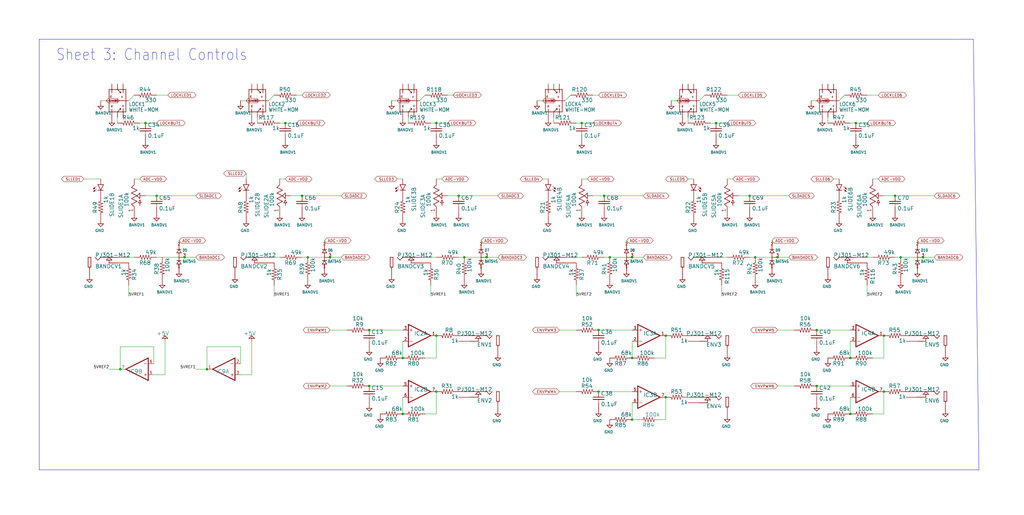
<source format=kicad_sch>
(kicad_sch (version 20231120) (generator "eeschema") (generator_version "8.0")
  (paper "User" 464.972 233.832)
  (lib_symbols
    (symbol "smrf-v1.0.1b-eagle-import:+5V" (power)
      (symbol "+5V_1_0"
        (pin power_in line (at 0 -2.54 90) (length 2.54) (name "+5V") (number "1"))
      )
    )
    (symbol "smrf-v1.0.1b-eagle-import:BUTTON-LED"
      (property "Reference" "PB" (at 5.08 -2.54 0))
      (symbol "BUTTON-LED_1_0"
        (text "d" (at -3.048 -3.048 0) (effects (font (size 1.016 0.8636)) (justify left bottom)))
        (text "d" (at -2.54 2.54 0) (effects (font (size 1.016 0.8636)) (justify right top)))
        (text "u" (at 2.032 -2.794 0) (effects (font (size 1.016 0.8636)) (justify left bottom)))
        (text "u" (at 2.54 2.54 0) (effects (font (size 1.016 0.8636)) (justify right top)))
        (pin bidirectional line (at 2.54 7.62 270) (length 2.54) (name "P$1") (number "P$1"))
        (pin bidirectional line (at 0 7.62 270) (length 2.54) (name "P$2") (number "P$2"))
        (pin bidirectional line (at -2.54 7.62 270) (length 2.54) (name "P$3") (number "P$3"))
        (pin bidirectional line (at 2.54 -7.62 90) (length 2.54) (name "P$4") (number "P$4"))
        (pin bidirectional line (at 0 -7.62 90) (length 2.54) (name "P$5") (number "P$5"))
        (pin bidirectional line (at -2.54 -7.62 90) (length 2.54) (name "P$6") (number "P$6"))
        (pin bidirectional line (at 5.08 0 180) (length 2.54) (name "P$7") (number "P$7"))
        (pin bidirectional line (at -5.08 0 0) (length 2.54) (name "P$8") (number "P$8"))
      )
    )
    (symbol "smrf-v1.0.1b-eagle-import:CB"
      (property "Reference" "C" (at 1.016 0.635 0))
      (symbol "CB_1_0"
        (pin passive line (at 0 2.54 270) (length 2.54) (name "1") (number "1"))
        (pin passive line (at 0 -5.08 90) (length 2.54) (name "2") (number "2"))
      )
    )
    (symbol "smrf-v1.0.1b-eagle-import:DIODE-DUAL"
      (property "Reference" "D" (at -1.524 2.54 0))
      (symbol "DIODE-DUAL_1_0"
        (pin bidirectional line (at 0 -5.08 180) (length 0) (name "ANODE") (number "1"))
        (pin bidirectional line (at 0 5.08 180) (length 0) (name "CATHODE") (number "2"))
        (pin bidirectional line (at -2.54 0 180) (length 0) (name "COMMON") (number "3"))
      )
    )
    (symbol "smrf-v1.0.1b-eagle-import:GND" (power)
      (symbol "GND_1_0"
        (pin power_in line (at 0 2.54 270) (length 2.54) (name "GND") (number "1"))
      )
    )
    (symbol "smrf-v1.0.1b-eagle-import:JACK-MONO-SWM2"
      (property "Reference" "J" (at -7.62 5.08 0))
      (symbol "JACK-MONO-SWM2_1_0"
        (pin passive line (at 7.62 2.54 180) (length 5.08) (name "TIP") (number "1"))
        (pin passive line (at -10.16 -5.08 90) (length 2.54) (name "SLEEVE") (number "2"))
        (pin passive line (at 7.62 0 180) (length 5.08) (name "TIP-SW") (number "3"))
      )
    )
    (symbol "smrf-v1.0.1b-eagle-import:OPAMP-2TL072T"
      (property "Reference" "IC" (at -2.54 0 0))
      (symbol "OPAMP-2TL072T_1_0"
        (pin output line (at 7.62 0 180) (length 2.54) (name "OUT") (number "1"))
        (pin input line (at -7.62 -2.54 0) (length 2.54) (name "-IN") (number "2"))
        (pin input line (at -7.62 2.54 0) (length 2.54) (name "+IN") (number "3"))
      )
      (symbol "OPAMP-2TL072T_2_0"
        (pin input line (at -7.62 2.54 0) (length 2.54) (name "+IN") (number "5"))
        (pin input line (at -7.62 -2.54 0) (length 2.54) (name "-IN") (number "6"))
        (pin output line (at 7.62 0 180) (length 2.54) (name "OUT") (number "7"))
      )
      (symbol "OPAMP-2TL072T_3_0"
        (text "V+" (at 1.27 3.175 900) (effects (font (size 0.8128 0.6908)) (justify left bottom)))
        (text "V-" (at 1.27 -4.445 900) (effects (font (size 0.8128 0.6908)) (justify left bottom)))
        (pin power_in line (at 0 -7.62 90) (length 5.08) (name "V-") (number "4"))
        (pin power_in line (at 0 7.62 270) (length 5.08) (name "V+") (number "8"))
      )
    )
    (symbol "smrf-v1.0.1b-eagle-import:POT-LED"
      (property "Reference" "VR" (at -2.032 -3.556 0))
      (symbol "POT-LED_1_0"
        (text "1" (at -0.508 -7.366 900) (effects (font (size 1.778 1.5113)) (justify left bottom)))
        (pin passive line (at 0 -7.62 90) (length 2.54) (name "1") (number "P$1"))
        (pin passive line (at 5.08 0 180) (length 2.54) (name "2") (number "P$2"))
        (pin passive line (at 0 7.62 270) (length 2.54) (name "3") (number "P$3"))
      )
      (symbol "POT-LED_2_0"
        (pin passive line (at 5.08 0 180) (length 2.54) (name "A") (number "P$LEDA"))
        (pin passive line (at -2.54 0 0) (length 2.54) (name "C") (number "P$LEDC"))
      )
    )
    (symbol "smrf-v1.0.1b-eagle-import:RB"
      (property "Reference" "R" (at -2.54 1.4986 0))
      (symbol "RB_1_0"
        (pin passive line (at -5.08 0 0) (length 2.54) (name "1") (number "1"))
        (pin passive line (at 5.08 0 180) (length 2.54) (name "2") (number "2"))
      )
    )
    (symbol "smrf-v1.0.1b-eagle-import:malekko main_RB"
      (property "Reference" "R" (at -2.54 1.4986 0))
      (symbol "malekko main_RB_1_0"
        (pin passive line (at -5.08 0 0) (length 2.54) (name "1") (number "1"))
        (pin passive line (at 5.08 0 180) (length 2.54) (name "2") (number "2"))
      )
    )
  )
  (junction (at 342.9 116.84))
  (junction (at 129.54 55.88))
  (junction (at 139.7 116.84))
  (junction (at 71.12 88.9))
  (junction (at 198.12 55.88))
  (junction (at 386.08 162.56))
  (junction (at 220.98 116.84))
  (junction (at 388.62 55.88))
  (junction (at 325.12 55.88))
  (junction (at 208.28 88.9))
  (junction (at 271.78 177.8))
  (junction (at 419.1 116.84))
  (junction (at 287.02 190.5))
  (junction (at 386.08 187.96))
  (junction (at 83.82 116.84))
  (junction (at 167.64 149.86))
  (junction (at 210.82 116.84))
  (junction (at 54.61 167.64))
  (junction (at 370.84 175.26))
  (junction (at 182.88 187.96))
  (junction (at 271.78 149.86))
  (junction (at 167.64 175.26))
  (junction (at 302.26 152.4))
  (junction (at 66.04 55.88))
  (junction (at 401.32 152.4))
  (junction (at 182.88 162.56))
  (junction (at 276.86 116.84))
  (junction (at 287.02 162.56))
  (junction (at 401.32 177.8))
  (junction (at 264.16 55.88))
  (junction (at 137.16 88.9))
  (junction (at 408.94 116.84))
  (junction (at 353.06 116.84))
  (junction (at 287.02 116.84))
  (junction (at 198.12 152.4))
  (junction (at 274.32 88.9))
  (junction (at 340.36 88.9))
  (junction (at 406.4 88.9))
  (junction (at 302.26 180.34))
  (junction (at 149.86 116.84))
  (junction (at 198.12 177.8))
  (junction (at 93.98 167.64))
  (junction (at 370.84 149.86))
  (wire (pts (xy 266.7 81.28) (xy 264.16 81.28)) (stroke (width 0.1524)))
  (wire (pts (xy 396.24 187.96) (xy 401.32 187.96)) (stroke (width 0.1524)))
  (wire (pts (xy 375.92 53.34) (xy 375.92 55.88)) (stroke (width 0.1524)))
  (wire (pts (xy 200.66 81.28) (xy 198.12 81.28)) (stroke (width 0.1524)))
  (wire (pts (xy 137.16 116.84) (xy 139.7 116.84)) (stroke (width 0.1524)))
  (polyline (pts (xy 444.5 213.36) (xy 17.78 213.36)) (stroke (width 0.1524) (type solid)))
  (wire (pts (xy 137.16 43.18) (xy 134.62 43.18)) (stroke (width 0.1524)))
  (wire (pts (xy 287.02 154.94) (xy 287.02 162.56)) (stroke (width 0.1524)))
  (wire (pts (xy 93.98 167.64) (xy 88.9 167.64)) (stroke (width 0.1524)))
  (wire (pts (xy 320.04 43.18) (xy 317.5 45.72)) (stroke (width 0.1524)))
  (wire (pts (xy 287.02 182.88) (xy 287.02 190.5)) (stroke (width 0.1524)))
  (wire (pts (xy 350.52 111.76) (xy 350.52 109.22)) (stroke (width 0.1524)))
  (wire (pts (xy 370.84 45.72) (xy 368.3 45.72)) (stroke (width 0.1524)))
  (wire (pts (xy 109.22 157.48) (xy 109.22 165.1)) (stroke (width 0.1524)))
  (wire (pts (xy 325.12 55.88) (xy 330.2 55.88)) (stroke (width 0.1524)))
  (wire (pts (xy 406.4 116.84) (xy 408.94 116.84)) (stroke (width 0.1524)))
  (wire (pts (xy 116.84 53.34) (xy 116.84 55.88)) (stroke (width 0.1524)))
  (wire (pts (xy 396.24 162.56) (xy 401.32 162.56)) (stroke (width 0.1524)))
  (wire (pts (xy 302.26 162.56) (xy 302.26 152.4)) (stroke (width 0.1524)))
  (wire (pts (xy 370.84 149.86) (xy 386.08 149.86)) (stroke (width 0.1524)))
  (wire (pts (xy 274.32 88.9) (xy 269.24 88.9)) (stroke (width 0.1524)))
  (wire (pts (xy 327.66 116.84) (xy 330.2 116.84)) (stroke (width 0.1524)))
  (wire (pts (xy 302.26 190.5) (xy 302.26 180.34)) (stroke (width 0.1524)))
  (wire (pts (xy 71.12 88.9) (xy 66.04 88.9)) (stroke (width 0.1524)))
  (wire (pts (xy 147.32 111.76) (xy 147.32 109.22)) (stroke (width 0.1524)))
  (wire (pts (xy 393.7 43.18) (xy 398.78 43.18)) (stroke (width 0.1524)))
  (wire (pts (xy 198.12 55.88) (xy 203.2 55.88)) (stroke (width 0.1524)))
  (wire (pts (xy 198.12 162.56) (xy 198.12 152.4)) (stroke (width 0.1524)))
  (wire (pts (xy 208.28 116.84) (xy 210.82 116.84)) (stroke (width 0.1524)))
  (wire (pts (xy 340.36 116.84) (xy 342.9 116.84)) (stroke (width 0.1524)))
  (wire (pts (xy 124.46 129.54) (xy 124.46 134.62)) (stroke (width 0.1524)))
  (wire (pts (xy 195.58 55.88) (xy 198.12 55.88)) (stroke (width 0.1524)))
  (wire (pts (xy 76.2 43.18) (xy 71.12 43.18)) (stroke (width 0.1524)))
  (wire (pts (xy 167.64 175.26) (xy 182.88 175.26)) (stroke (width 0.1524)))
  (wire (pts (xy 193.04 162.56) (xy 198.12 162.56)) (stroke (width 0.1524)))
  (wire (pts (xy 416.56 111.76) (xy 416.56 109.22)) (stroke (width 0.1524)))
  (wire (pts (xy 182.88 81.28) (xy 180.34 81.28)) (stroke (width 0.1524)))
  (wire (pts (xy 264.16 55.88) (xy 269.24 55.88)) (stroke (width 0.1524)))
  (wire (pts (xy 69.85 165.1) (xy 69.85 157.48)) (stroke (width 0.1524)))
  (wire (pts (xy 271.78 43.18) (xy 269.24 43.18)) (stroke (width 0.1524)))
  (wire (pts (xy 259.08 43.18) (xy 256.54 45.72)) (stroke (width 0.1524)))
  (wire (pts (xy 383.54 43.18) (xy 381 45.72)) (stroke (width 0.1524)))
  (wire (pts (xy 261.62 177.8) (xy 254 177.8)) (stroke (width 0.1524)))
  (wire (pts (xy 124.46 43.18) (xy 121.92 45.72)) (stroke (width 0.1524)))
  (wire (pts (xy 111.76 45.72) (xy 109.22 45.72)) (stroke (width 0.1524)))
  (wire (pts (xy 53.34 53.34) (xy 53.34 55.88)) (stroke (width 0.1524)))
  (wire (pts (xy 208.28 43.18) (xy 203.2 43.18)) (stroke (width 0.1524)))
  (wire (pts (xy 54.61 157.48) (xy 54.61 167.64)) (stroke (width 0.1524)))
  (wire (pts (xy 335.28 43.18) (xy 330.2 43.18)) (stroke (width 0.1524)))
  (wire (pts (xy 314.96 81.28) (xy 312.42 81.28)) (stroke (width 0.1524)))
  (wire (pts (xy 81.28 109.22) (xy 81.28 111.76)) (stroke (width 0.1524)))
  (wire (pts (xy 45.72 81.28) (xy 38.1 81.28)) (stroke (width 0.1524)))
  (wire (pts (xy 271.78 177.8) (xy 287.02 177.8)) (stroke (width 0.1524)))
  (polyline (pts (xy 17.78 17.78) (xy 441.96 17.78)) (stroke (width 0.1524) (type solid)))
  (wire (pts (xy 167.64 149.86) (xy 182.88 149.86)) (stroke (width 0.1524)))
  (wire (pts (xy 370.84 175.26) (xy 386.08 175.26)) (stroke (width 0.1524)))
  (wire (pts (xy 114.3 170.18) (xy 114.3 154.94)) (stroke (width 0.1524)))
  (wire (pts (xy 340.36 88.9) (xy 335.28 88.9)) (stroke (width 0.1524)))
  (wire (pts (xy 401.32 162.56) (xy 401.32 152.4)) (stroke (width 0.1524)))
  (wire (pts (xy 398.78 81.28) (xy 396.24 81.28)) (stroke (width 0.1524)))
  (wire (pts (xy 63.5 81.28) (xy 60.96 81.28)) (stroke (width 0.1524)))
  (wire (pts (xy 261.62 129.54) (xy 261.62 134.62)) (stroke (width 0.1524)))
  (wire (pts (xy 193.04 43.18) (xy 190.5 45.72)) (stroke (width 0.1524)))
  (wire (pts (xy 353.06 116.84) (xy 358.14 116.84)) (stroke (width 0.1524)))
  (wire (pts (xy 58.42 129.54) (xy 58.42 134.62)) (stroke (width 0.1524)))
  (wire (pts (xy 406.4 88.9) (xy 401.32 88.9)) (stroke (width 0.1524)))
  (wire (pts (xy 312.42 53.34) (xy 312.42 55.88)) (stroke (width 0.1524)))
  (wire (pts (xy 185.42 53.34) (xy 185.42 55.88)) (stroke (width 0.1524)))
  (wire (pts (xy 386.08 55.88) (xy 388.62 55.88)) (stroke (width 0.1524)))
  (wire (pts (xy 66.04 55.88) (xy 71.12 55.88)) (stroke (width 0.1524)))
  (wire (pts (xy 307.34 45.72) (xy 304.8 45.72)) (stroke (width 0.1524)))
  (wire (pts (xy 198.12 187.96) (xy 198.12 177.8)) (stroke (width 0.1524)))
  (wire (pts (xy 137.16 88.9) (xy 132.08 88.9)) (stroke (width 0.1524)))
  (wire (pts (xy 353.06 116.84) (xy 342.9 116.84)) (stroke (width 0.1524)))
  (wire (pts (xy 137.16 88.9) (xy 154.94 88.9)) (stroke (width 0.1524)))
  (wire (pts (xy 386.08 180.34) (xy 386.08 187.96)) (stroke (width 0.1524)))
  (wire (pts (xy 83.82 116.84) (xy 88.9 116.84)) (stroke (width 0.1524)))
  (wire (pts (xy 93.98 157.48) (xy 109.22 157.48)) (stroke (width 0.1524)))
  (wire (pts (xy 111.76 81.28) (xy 111.76 78.74)) (stroke (width 0.1524)))
  (wire (pts (xy 325.12 55.88) (xy 322.58 55.88)) (stroke (width 0.1524)))
  (wire (pts (xy 220.98 116.84) (xy 226.06 116.84)) (stroke (width 0.1524)))
  (wire (pts (xy 63.5 55.88) (xy 66.04 55.88)) (stroke (width 0.1524)))
  (wire (pts (xy 287.02 116.84) (xy 276.86 116.84)) (stroke (width 0.1524)))
  (wire (pts (xy 129.54 55.88) (xy 134.62 55.88)) (stroke (width 0.1524)))
  (wire (pts (xy 299.72 190.5) (xy 302.26 190.5)) (stroke (width 0.1524)))
  (wire (pts (xy 289.56 190.5) (xy 287.02 190.5)) (stroke (width 0.1524)))
  (wire (pts (xy 297.18 162.56) (xy 302.26 162.56)) (stroke (width 0.1524)))
  (wire (pts (xy 381 81.28) (xy 378.46 81.28)) (stroke (width 0.1524)))
  (wire (pts (xy 129.54 81.28) (xy 127 81.28)) (stroke (width 0.1524)))
  (wire (pts (xy 261.62 116.84) (xy 264.16 116.84)) (stroke (width 0.1524)))
  (wire (pts (xy 124.46 116.84) (xy 127 116.84)) (stroke (width 0.1524)))
  (wire (pts (xy 284.48 111.76) (xy 284.48 109.22)) (stroke (width 0.1524)))
  (wire (pts (xy 182.88 180.34) (xy 182.88 187.96)) (stroke (width 0.1524)))
  (wire (pts (xy 419.1 116.84) (xy 408.94 116.84)) (stroke (width 0.1524)))
  (wire (pts (xy 220.98 116.84) (xy 210.82 116.84)) (stroke (width 0.1524)))
  (wire (pts (xy 60.96 43.18) (xy 58.42 45.72)) (stroke (width 0.1524)))
  (wire (pts (xy 208.28 88.9) (xy 226.06 88.9)) (stroke (width 0.1524)))
  (wire (pts (xy 48.26 45.72) (xy 45.72 45.72)) (stroke (width 0.1524)))
  (wire (pts (xy 248.92 81.28) (xy 246.38 81.28)) (stroke (width 0.1524)))
  (wire (pts (xy 388.62 55.88) (xy 393.7 55.88)) (stroke (width 0.1524)))
  (wire (pts (xy 182.88 154.94) (xy 182.88 162.56)) (stroke (width 0.1524)))
  (wire (pts (xy 246.38 45.72) (xy 243.84 45.72)) (stroke (width 0.1524)))
  (wire (pts (xy 401.32 187.96) (xy 401.32 177.8)) (stroke (width 0.1524)))
  (wire (pts (xy 261.62 149.86) (xy 254 149.86)) (stroke (width 0.1524)))
  (wire (pts (xy 193.04 187.96) (xy 198.12 187.96)) (stroke (width 0.1524)))
  (wire (pts (xy 218.44 111.76) (xy 218.44 109.22)) (stroke (width 0.1524)))
  (polyline (pts (xy 17.78 213.36) (xy 17.78 17.78)) (stroke (width 0.1524) (type solid)))
  (wire (pts (xy 149.86 116.84) (xy 139.7 116.84)) (stroke (width 0.1524)))
  (wire (pts (xy 69.85 170.18) (xy 74.93 170.18)) (stroke (width 0.1524)))
  (wire (pts (xy 327.66 129.54) (xy 327.66 134.62)) (stroke (width 0.1524)))
  (wire (pts (xy 71.12 88.9) (xy 88.9 88.9)) (stroke (width 0.1524)))
  (wire (pts (xy 74.93 170.18) (xy 74.93 154.94)) (stroke (width 0.1524)))
  (wire (pts (xy 54.61 167.64) (xy 49.53 167.64)) (stroke (width 0.1524)))
  (wire (pts (xy 109.22 170.18) (xy 114.3 170.18)) (stroke (width 0.1524)))
  (wire (pts (xy 157.48 149.86) (xy 149.86 149.86)) (stroke (width 0.1524)))
  (wire (pts (xy 69.85 157.48) (xy 54.61 157.48)) (stroke (width 0.1524)))
  (wire (pts (xy 93.98 167.64) (xy 93.98 157.48)) (stroke (width 0.1524)))
  (wire (pts (xy 180.34 45.72) (xy 177.8 45.72)) (stroke (width 0.1524)))
  (wire (pts (xy 71.12 116.84) (xy 83.82 116.84)) (stroke (width 0.1524)))
  (wire (pts (xy 386.08 154.94) (xy 386.08 162.56)) (stroke (width 0.1524)))
  (wire (pts (xy 360.68 149.86) (xy 353.06 149.86)) (stroke (width 0.1524)))
  (polyline (pts (xy 441.96 17.78) (xy 444.5 213.36)) (stroke (width 0.1524) (type solid)))
  (wire (pts (xy 149.86 116.84) (xy 154.94 116.84)) (stroke (width 0.1524)))
  (wire (pts (xy 274.32 88.9) (xy 292.1 88.9)) (stroke (width 0.1524)))
  (wire (pts (xy 287.02 116.84) (xy 292.1 116.84)) (stroke (width 0.1524)))
  (wire (pts (xy 195.58 116.84) (xy 198.12 116.84)) (stroke (width 0.1524)))
  (wire (pts (xy 208.28 88.9) (xy 203.2 88.9)) (stroke (width 0.1524)))
  (wire (pts (xy 332.74 81.28) (xy 330.2 81.28)) (stroke (width 0.1524)))
  (wire (pts (xy 58.42 116.84) (xy 60.96 116.84)) (stroke (width 0.1524)))
  (wire (pts (xy 419.1 116.84) (xy 424.18 116.84)) (stroke (width 0.1524)))
  (wire (pts (xy 271.78 149.86) (xy 287.02 149.86)) (stroke (width 0.1524)))
  (wire (pts (xy 127 55.88) (xy 129.54 55.88)) (stroke (width 0.1524)))
  (wire (pts (xy 406.4 88.9) (xy 424.18 88.9)) (stroke (width 0.1524)))
  (wire (pts (xy 393.7 116.84) (xy 396.24 116.84)) (stroke (width 0.1524)))
  (wire (pts (xy 251.46 53.34) (xy 251.46 55.88)) (stroke (width 0.1524)))
  (wire (pts (xy 157.48 175.26) (xy 149.86 175.26)) (stroke (width 0.1524)))
  (wire (pts (xy 340.36 88.9) (xy 358.14 88.9)) (stroke (width 0.1524)))
  (wire (pts (xy 393.7 129.54) (xy 393.7 134.62)) (stroke (width 0.1524)))
  (wire (pts (xy 274.32 116.84) (xy 276.86 116.84)) (stroke (width 0.1524)))
  (wire (pts (xy 360.68 175.26) (xy 353.06 175.26)) (stroke (width 0.1524)))
  (wire (pts (xy 195.58 129.54) (xy 195.58 134.62)) (stroke (width 0.1524)))
  (wire (pts (xy 261.62 55.88) (xy 264.16 55.88)) (stroke (width 0.1524)))
  (text "Sheet 3: Channel Controls" (at 25.4 27.94 0) (effects (font (size 5.08 4.318)) (justify left bottom)))
  (label "5VREF1" (at 88.9 167.64 180) (effects (font (size 1.2446 1.2446))))
  (label "5VREF1" (at 124.46 134.62 0) (effects (font (size 1.2446 1.2446))))
  (label "5VREF2" (at 261.62 134.62 0) (effects (font (size 1.2446 1.2446))))
  (label "5VREF2" (at 327.66 134.62 0) (effects (font (size 1.2446 1.2446))))
  (label "5VREF2" (at 49.53 167.64 180) (effects (font (size 1.2446 1.2446))))
  (label "5VREF2" (at 393.7 134.62 0) (effects (font (size 1.2446 1.2446))))
  (label "5VREF1" (at 58.42 134.62 0) (effects (font (size 1.2446 1.2446))))
  (label "5VREF1" (at 195.58 134.62 0) (effects (font (size 1.2446 1.2446))))
  (global_label "SLLED6" (shape bidirectional) (at 378.46 81.28 180) (effects (font (size 1.2446 1.2446))) (property "Intersheetrefs" "${INTERSHEET_REFS}" (effects (hide yes))))
  (global_label "SLDADC3" (shape bidirectional) (at 226.06 88.9 0) (effects (font (size 1.2446 1.2446))) (property "Intersheetrefs" "${INTERSHEET_REFS}" (effects (hide yes))))
  (global_label "GND" (shape bidirectional) (at 180.34 45.72 0) (effects (font (size 1.016 1.016))) (property "Intersheetrefs" "${INTERSHEET_REFS}" (effects (hide yes))))
  (global_label "LOCKBUT6" (shape bidirectional) (at 393.7 55.88 0) (effects (font (size 1.2446 1.2446))) (property "Intersheetrefs" "${INTERSHEET_REFS}" (effects (hide yes))))
  (global_label "LOCKBUT1" (shape bidirectional) (at 71.12 55.88 0) (effects (font (size 1.2446 1.2446))) (property "Intersheetrefs" "${INTERSHEET_REFS}" (effects (hide yes))))
  (global_label "ADC-VDD" (shape bidirectional) (at 350.52 109.22 0) (effects (font (size 1.2446 1.2446))) (property "Intersheetrefs" "${INTERSHEET_REFS}" (effects (hide yes))))
  (global_label "ADC-VDD" (shape bidirectional) (at 332.74 81.28 0) (effects (font (size 1.2446 1.2446))) (property "Intersheetrefs" "${INTERSHEET_REFS}" (effects (hide yes))))
  (global_label "BANDADC3" (shape bidirectional) (at 226.06 116.84 0) (effects (font (size 1.2446 1.2446))) (property "Intersheetrefs" "${INTERSHEET_REFS}" (effects (hide yes))))
  (global_label "LOCKBUT3" (shape bidirectional) (at 203.2 55.88 0) (effects (font (size 1.2446 1.2446))) (property "Intersheetrefs" "${INTERSHEET_REFS}" (effects (hide yes))))
  (global_label "BANDADC1" (shape bidirectional) (at 88.9 116.84 0) (effects (font (size 1.2446 1.2446))) (property "Intersheetrefs" "${INTERSHEET_REFS}" (effects (hide yes))))
  (global_label "ENVPWM1" (shape bidirectional) (at 149.86 149.86 180) (effects (font (size 1.2446 1.2446))) (property "Intersheetrefs" "${INTERSHEET_REFS}" (effects (hide yes))))
  (global_label "ADC-VDD" (shape bidirectional) (at 63.5 81.28 0) (effects (font (size 1.2446 1.2446))) (property "Intersheetrefs" "${INTERSHEET_REFS}" (effects (hide yes))))
  (global_label "ADC-VDD" (shape bidirectional) (at 416.56 109.22 0) (effects (font (size 1.2446 1.2446))) (property "Intersheetrefs" "${INTERSHEET_REFS}" (effects (hide yes))))
  (global_label "GND" (shape bidirectional) (at 370.84 45.72 0) (effects (font (size 1.016 1.016))) (property "Intersheetrefs" "${INTERSHEET_REFS}" (effects (hide yes))))
  (global_label "LOCKLED5" (shape bidirectional) (at 335.28 43.18 0) (effects (font (size 1.2446 1.2446))) (property "Intersheetrefs" "${INTERSHEET_REFS}" (effects (hide yes))))
  (global_label "SLDADC5" (shape bidirectional) (at 358.14 88.9 0) (effects (font (size 1.2446 1.2446))) (property "Intersheetrefs" "${INTERSHEET_REFS}" (effects (hide yes))))
  (global_label "LOCKBUT2" (shape bidirectional) (at 134.62 55.88 0) (effects (font (size 1.2446 1.2446))) (property "Intersheetrefs" "${INTERSHEET_REFS}" (effects (hide yes))))
  (global_label "LOCKLED1" (shape bidirectional) (at 76.2 43.18 0) (effects (font (size 1.2446 1.2446))) (property "Intersheetrefs" "${INTERSHEET_REFS}" (effects (hide yes))))
  (global_label "BANDADC2" (shape bidirectional) (at 154.94 116.84 0) (effects (font (size 1.2446 1.2446))) (property "Intersheetrefs" "${INTERSHEET_REFS}" (effects (hide yes))))
  (global_label "SLLED3" (shape bidirectional) (at 180.34 81.28 180) (effects (font (size 1.2446 1.2446))) (property "Intersheetrefs" "${INTERSHEET_REFS}" (effects (hide yes))))
  (global_label "ADC-VDD" (shape bidirectional) (at 147.32 109.22 0) (effects (font (size 1.2446 1.2446))) (property "Intersheetrefs" "${INTERSHEET_REFS}" (effects (hide yes))))
  (global_label "SLLED5" (shape bidirectional) (at 312.42 81.28 180) (effects (font (size 1.2446 1.2446))) (property "Intersheetrefs" "${INTERSHEET_REFS}" (effects (hide yes))))
  (global_label "SLLED2" (shape bidirectional) (at 111.76 78.74 180) (effects (font (size 1.2446 1.2446))) (property "Intersheetrefs" "${INTERSHEET_REFS}" (effects (hide yes))))
  (global_label "GND" (shape bidirectional) (at 111.76 45.72 0) (effects (font (size 1.016 1.016))) (property "Intersheetrefs" "${INTERSHEET_REFS}" (effects (hide yes))))
  (global_label "BANDADC5" (shape bidirectional) (at 358.14 116.84 0) (effects (font (size 1.2446 1.2446))) (property "Intersheetrefs" "${INTERSHEET_REFS}" (effects (hide yes))))
  (global_label "SLDADC6" (shape bidirectional) (at 424.18 88.9 0) (effects (font (size 1.2446 1.2446))) (property "Intersheetrefs" "${INTERSHEET_REFS}" (effects (hide yes))))
  (global_label "SLDADC1" (shape bidirectional) (at 88.9 88.9 0) (effects (font (size 1.2446 1.2446))) (property "Intersheetrefs" "${INTERSHEET_REFS}" (effects (hide yes))))
  (global_label "ADC-VDD" (shape bidirectional) (at 398.78 81.28 0) (effects (font (size 1.2446 1.2446))) (property "Intersheetrefs" "${INTERSHEET_REFS}" (effects (hide yes))))
  (global_label "ENVPWM5" (shape bidirectional) (at 353.06 149.86 180) (effects (font (size 1.2446 1.2446))) (property "Intersheetrefs" "${INTERSHEET_REFS}" (effects (hide yes))))
  (global_label "ENVPWM4" (shape bidirectional) (at 254 177.8 180) (effects (font (size 1.2446 1.2446))) (property "Intersheetrefs" "${INTERSHEET_REFS}" (effects (hide yes))))
  (global_label "ADC-VDD" (shape bidirectional) (at 218.44 109.22 0) (effects (font (size 1.2446 1.2446))) (property "Intersheetrefs" "${INTERSHEET_REFS}" (effects (hide yes))))
  (global_label "GND" (shape bidirectional) (at 246.38 45.72 0) (effects (font (size 1.016 1.016))) (property "Intersheetrefs" "${INTERSHEET_REFS}" (effects (hide yes))))
  (global_label "SLDADC2" (shape bidirectional) (at 154.94 88.9 0) (effects (font (size 1.2446 1.2446))) (property "Intersheetrefs" "${INTERSHEET_REFS}" (effects (hide yes))))
  (global_label "BANDADC4" (shape bidirectional) (at 292.1 116.84 0) (effects (font (size 1.2446 1.2446))) (property "Intersheetrefs" "${INTERSHEET_REFS}" (effects (hide yes))))
  (global_label "ADC-VDD" (shape bidirectional) (at 81.28 109.22 0) (effects (font (size 1.2446 1.2446))) (property "Intersheetrefs" "${INTERSHEET_REFS}" (effects (hide yes))))
  (global_label "ADC-VDD" (shape bidirectional) (at 200.66 81.28 0) (effects (font (size 1.2446 1.2446))) (property "Intersheetrefs" "${INTERSHEET_REFS}" (effects (hide yes))))
  (global_label "BANDADC6" (shape bidirectional) (at 424.18 116.84 0) (effects (font (size 1.2446 1.2446))) (property "Intersheetrefs" "${INTERSHEET_REFS}" (effects (hide yes))))
  (global_label "SLDADC4" (shape bidirectional) (at 292.1 88.9 0) (effects (font (size 1.2446 1.2446))) (property "Intersheetrefs" "${INTERSHEET_REFS}" (effects (hide yes))))
  (global_label "ADC-VDD" (shape bidirectional) (at 129.54 81.28 0) (effects (font (size 1.2446 1.2446))) (property "Intersheetrefs" "${INTERSHEET_REFS}" (effects (hide yes))))
  (global_label "LOCKBUT4" (shape bidirectional) (at 269.24 55.88 0) (effects (font (size 1.2446 1.2446))) (property "Intersheetrefs" "${INTERSHEET_REFS}" (effects (hide yes))))
  (global_label "LOCKLED2" (shape bidirectional) (at 137.16 43.18 0) (effects (font (size 1.2446 1.2446))) (property "Intersheetrefs" "${INTERSHEET_REFS}" (effects (hide yes))))
  (global_label "LOCKLED3" (shape bidirectional) (at 205.74 43.18 0) (effects (font (size 1.2446 1.2446))) (property "Intersheetrefs" "${INTERSHEET_REFS}" (effects (hide yes))))
  (global_label "GND" (shape bidirectional) (at 48.26 45.72 0) (effects (font (size 1.016 1.016))) (property "Intersheetrefs" "${INTERSHEET_REFS}" (effects (hide yes))))
  (global_label "ADC-VDD" (shape bidirectional) (at 284.48 109.22 0) (effects (font (size 1.2446 1.2446))) (property "Intersheetrefs" "${INTERSHEET_REFS}" (effects (hide yes))))
  (global_label "LOCKLED4" (shape bidirectional) (at 271.78 43.18 0) (effects (font (size 1.2446 1.2446))) (property "Intersheetrefs" "${INTERSHEET_REFS}" (effects (hide yes))))
  (global_label "LOCKBUT5" (shape bidirectional) (at 330.2 55.88 0) (effects (font (size 1.2446 1.2446))) (property "Intersheetrefs" "${INTERSHEET_REFS}" (effects (hide yes))))
  (global_label "ENVPWM2" (shape bidirectional) (at 149.86 175.26 180) (effects (font (size 1.2446 1.2446))) (property "Intersheetrefs" "${INTERSHEET_REFS}" (effects (hide yes))))
  (global_label "SLLED1" (shape bidirectional) (at 38.1 81.28 180) (effects (font (size 1.2446 1.2446))) (property "Intersheetrefs" "${INTERSHEET_REFS}" (effects (hide yes))))
  (global_label "ENVPWM6" (shape bidirectional) (at 353.06 175.26 180) (effects (font (size 1.2446 1.2446))) (property "Intersheetrefs" "${INTERSHEET_REFS}" (effects (hide yes))))
  (global_label "LOCKLED6" (shape bidirectional) (at 398.78 43.18 0) (effects (font (size 1.2446 1.2446))) (property "Intersheetrefs" "${INTERSHEET_REFS}" (effects (hide yes))))
  (global_label "ENVPWM3" (shape bidirectional) (at 254 149.86 180) (effects (font (size 1.2446 1.2446))) (property "Intersheetrefs" "${INTERSHEET_REFS}" (effects (hide yes))))
  (global_label "GND" (shape bidirectional) (at 307.34 45.72 0) (effects (font (size 1.016 1.016))) (property "Intersheetrefs" "${INTERSHEET_REFS}" (effects (hide yes))))
  (global_label "SLLED4" (shape bidirectional) (at 246.38 81.28 180) (effects (font (size 1.2446 1.2446))) (property "Intersheetrefs" "${INTERSHEET_REFS}" (effects (hide yes))))
  (global_label "ADC-VDD" (shape bidirectional) (at 266.7 81.28 0) (effects (font (size 1.2446 1.2446))) (property "Intersheetrefs" "${INTERSHEET_REFS}" (effects (hide yes))))
  (symbol (lib_id "smrf-v1.0.1b-eagle-import:GND") (at 248.92 101.6 0) (unit 1)
    (property "Reference" "#GND32" (effects (hide yes)))
    (property "Value" "GND" (at 246.38 105.41 0) (effects (justify left bottom)))
  )
  (symbol (lib_id "smrf-v1.0.1b-eagle-import:GND") (at 314.96 101.6 0) (unit 1)
    (property "Reference" "#GND31" (effects (hide yes)))
    (property "Value" "GND" (at 312.42 105.41 0) (effects (justify left bottom)))
  )
  (symbol (lib_id "smrf-v1.0.1b-eagle-import:POT-LED") (at 264.16 88.9 0) (unit 1)
    (property "Reference" "SLIDE4" (at 259.08 99.06 90) (effects (font (size 1.778 1.778)) (justify left bottom)))
    (property "Value" "100k" (at 261.62 93.98 90) (effects (font (size 1.778 1.778)) (justify left bottom)))
    (property "Footprint" "smrf-v1.0.1b:POT-SLIDER-ALPHA-RA2045F-20" (effects (hide yes)))
  )
  (symbol (lib_id "smrf-v1.0.1b-eagle-import:malekko main_RB") (at 281.94 162.56 180) (unit 1)
    (property "Reference" "R87" (at 284.48 164.0586 0) (effects (font (size 1.778 1.778)) (justify left bottom)))
    (property "Value" "68k" (at 287.02 159.258 0) (effects (font (size 1.778 1.778)) (justify left bottom)))
    (property "Footprint" "smrf-v1.0.1b:R0603" (effects (hide yes)))
  )
  (symbol (lib_id "smrf-v1.0.1b-eagle-import:RB") (at 325.12 43.18 0) (mirror y) (unit 1)
    (property "Reference" "R122" (at 327.66 41.6814 0) (effects (font (size 1.778 1.778)) (justify left bottom)))
    (property "Value" "330" (at 330.2 46.482 0) (effects (font (size 1.778 1.778)) (justify left bottom)))
    (property "Footprint" "smrf-v1.0.1b:R0603" (effects (hide yes)))
  )
  (symbol (lib_id "smrf-v1.0.1b-eagle-import:POT-LED") (at 127 88.9 0) (unit 1)
    (property "Reference" "SLIDE2" (at 121.92 99.06 90) (effects (font (size 1.778 1.778)) (justify left bottom)))
    (property "Value" "100k" (at 124.46 93.98 90) (effects (font (size 1.778 1.778)) (justify left bottom)))
    (property "Footprint" "smrf-v1.0.1b:POT-SLIDER-ALPHA-RA2045F-20" (effects (hide yes)))
  )
  (symbol (lib_id "smrf-v1.0.1b-eagle-import:POT-LED") (at 330.2 88.9 0) (unit 1)
    (property "Reference" "SLIDE5" (at 325.12 99.06 90) (effects (font (size 1.778 1.778)) (justify left bottom)))
    (property "Value" "100k" (at 327.66 93.98 90) (effects (font (size 1.778 1.778)) (justify left bottom)))
    (property "Footprint" "smrf-v1.0.1b:POT-SLIDER-ALPHA-RA2045F-20" (effects (hide yes)))
  )
  (symbol (lib_id "smrf-v1.0.1b-eagle-import:RB") (at 45.72 93.98 90) (mirror x) (unit 1)
    (property "Reference" "R49" (at 44.2214 91.44 0) (effects (font (size 1.778 1.778)) (justify left bottom)))
    (property "Value" "1k" (at 49.022 88.9 0) (effects (font (size 1.778 1.778)) (justify left bottom)))
    (property "Footprint" "smrf-v1.0.1b:R0603" (effects (hide yes)))
  )
  (symbol (lib_id "smrf-v1.0.1b-eagle-import:RB") (at 210.82 121.92 90) (mirror x) (unit 1)
    (property "Reference" "R40" (at 209.3214 119.38 0) (effects (font (size 1.778 1.778)) (justify left bottom)))
    (property "Value" "100k" (at 214.122 116.84 0) (effects (font (size 1.778 1.778)) (justify left bottom)))
    (property "Footprint" "smrf-v1.0.1b:R0603" (effects (hide yes)))
  )
  (symbol (lib_id "smrf-v1.0.1b-eagle-import:POT-LED") (at 248.92 86.36 270) (mirror x) (unit 2)
    (property "Reference" "SLIDE4" (at 255.016 96.012 0) (effects (font (size 1.778 1.778)) (justify left top)))
    (property "Value" "100k" (effects (hide yes)))
    (property "Footprint" "smrf-v1.0.1b:POT-SLIDER-ALPHA-RA2045F-20" (effects (hide yes)))
  )
  (symbol (lib_id "smrf-v1.0.1b-eagle-import:malekko main_RB") (at 124.46 124.46 270) (unit 1)
    (property "Reference" "R35" (at 125.9586 121.92 0) (effects (font (size 1.778 1.778)) (justify left bottom)))
    (property "Value" "1k" (at 121.158 121.92 0) (effects (font (size 1.778 1.778)) (justify left bottom)))
    (property "Footprint" "smrf-v1.0.1b:R0603" (effects (hide yes)))
  )
  (symbol (lib_id "smrf-v1.0.1b-eagle-import:GND") (at 330.2 162.56 0) (unit 1)
    (property "Reference" "#GND89" (effects (hide yes)))
    (property "Value" "GND" (at 327.66 166.37 0) (effects (justify left bottom)))
  )
  (symbol (lib_id "smrf-v1.0.1b-eagle-import:CB") (at 325.12 58.42 0) (unit 1)
    (property "Reference" "C39" (at 326.136 57.785 0) (effects (font (size 1.778 1.778)) (justify left bottom)))
    (property "Value" "0.1uF" (at 326.136 62.611 0) (effects (font (size 1.778 1.778)) (justify left bottom)))
    (property "Footprint" "smrf-v1.0.1b:C0603" (effects (hide yes)))
  )
  (symbol (lib_id "smrf-v1.0.1b-eagle-import:DIODE-DUAL") (at 218.44 116.84 0) (mirror y) (unit 1)
    (property "Reference" "D7" (at 219.964 114.3 0) (effects (font (size 1.27 1.0795)) (justify right bottom)))
    (property "Value" "BAT54S" (at 219.964 119.38 0) (effects (font (size 1.27 1.0795)) (justify right bottom)))
    (property "Footprint" "smrf-v1.0.1b:SOT23" (effects (hide yes)))
  )
  (symbol (lib_id "smrf-v1.0.1b-eagle-import:GND") (at 139.7 129.54 0) (unit 1)
    (property "Reference" "#GND68" (effects (hide yes)))
    (property "Value" "BANDV1" (at 137.16 133.35 0) (effects (justify left bottom)))
  )
  (symbol (lib_id "smrf-v1.0.1b-eagle-import:BUTTON-LED") (at 312.42 45.72 0) (unit 1)
    (property "Reference" "LOCK5" (at 317.5 48.26 0) (effects (font (size 1.778 1.5113)) (justify left bottom)))
    (property "Value" "WHITE-MOM" (at 317.5 50.8 0) (effects (font (size 1.778 1.5113)) (justify left bottom)))
    (property "Footprint" "smrf-v1.0.1b:BUTTON-LED-PB61303" (effects (hide yes)))
  )
  (symbol (lib_id "smrf-v1.0.1b-eagle-import:CB") (at 271.78 180.34 0) (unit 1)
    (property "Reference" "C38" (at 272.796 179.705 0) (effects (font (size 1.778 1.778)) (justify left bottom)))
    (property "Value" "0.1uF" (at 272.796 184.531 0) (effects (font (size 1.778 1.778)) (justify left bottom)))
    (property "Footprint" "smrf-v1.0.1b:C0603" (effects (hide yes)))
  )
  (symbol (lib_id "smrf-v1.0.1b-eagle-import:CB") (at 340.36 91.44 0) (unit 1)
    (property "Reference" "C69" (at 341.376 90.805 0) (effects (font (size 1.778 1.778)) (justify left bottom)))
    (property "Value" "0.1uF" (at 341.376 95.631 0) (effects (font (size 1.778 1.778)) (justify left bottom)))
    (property "Footprint" "smrf-v1.0.1b:C0603" (effects (hide yes)))
  )
  (symbol (lib_id "smrf-v1.0.1b-eagle-import:BUTTON-LED") (at 251.46 45.72 0) (unit 1)
    (property "Reference" "LOCK4" (at 256.54 48.26 0) (effects (font (size 1.778 1.5113)) (justify left bottom)))
    (property "Value" "WHITE-MOM" (at 256.54 50.8 0) (effects (font (size 1.778 1.5113)) (justify left bottom)))
    (property "Footprint" "smrf-v1.0.1b:BUTTON-LED-PB61303" (effects (hide yes)))
  )
  (symbol (lib_id "smrf-v1.0.1b-eagle-import:OPAMP-2TL072T") (at 393.7 177.8 0) (unit 2)
    (property "Reference" "IC4" (at 391.16 177.8 0) (effects (font (size 1.778 1.778)) (justify left bottom)))
    (property "Value" "TL082" (effects (hide yes)))
    (property "Footprint" "smrf-v1.0.1b:TSSOP8" (effects (hide yes)))
  )
  (symbol (lib_id "smrf-v1.0.1b-eagle-import:RB") (at 256.54 55.88 0) (mirror y) (unit 1)
    (property "Reference" "R121" (at 259.08 54.3814 0) (effects (font (size 1.778 1.778)) (justify left bottom)))
    (property "Value" "1k" (at 261.62 59.182 0) (effects (font (size 1.778 1.778)) (justify left bottom)))
    (property "Footprint" "smrf-v1.0.1b:R0603" (effects (hide yes)))
  )
  (symbol (lib_id "smrf-v1.0.1b-eagle-import:OPAMP-2TL072T") (at 101.6 167.64 180) (unit 1)
    (property "Reference" "IC9" (at 104.14 167.64 0) (effects (font (size 1.778 1.778)) (justify left bottom)))
    (property "Value" "TL082" (effects (hide yes)))
    (property "Footprint" "smrf-v1.0.1b:TSSOP8" (effects (hide yes)))
  )
  (symbol (lib_id "smrf-v1.0.1b-eagle-import:RB") (at 129.54 43.18 0) (mirror y) (unit 1)
    (property "Reference" "R50" (at 132.08 41.6814 0) (effects (font (size 1.778 1.778)) (justify left bottom)))
    (property "Value" "330" (at 134.62 46.482 0) (effects (font (size 1.778 1.778)) (justify left bottom)))
    (property "Footprint" "smrf-v1.0.1b:R0603" (effects (hide yes)))
  )
  (symbol (lib_id "smrf-v1.0.1b-eagle-import:GND") (at 109.22 48.26 0) (unit 1)
    (property "Reference" "#GND140" (effects (hide yes)))
    (property "Value" "BANDV1" (at 106.68 52.07 0) (effects (justify left bottom)))
  )
  (symbol (lib_id "smrf-v1.0.1b-eagle-import:RB") (at 365.76 149.86 0) (mirror y) (unit 1)
    (property "Reference" "R56" (at 368.3 148.3614 0) (effects (font (size 1.778 1.778)) (justify left bottom)))
    (property "Value" "10k" (at 368.3 145.542 0) (effects (font (size 1.778 1.778)) (justify left bottom)))
    (property "Footprint" "smrf-v1.0.1b:R0603" (effects (hide yes)))
  )
  (symbol (lib_id "smrf-v1.0.1b-eagle-import:JACK-MONO-SWM2") (at 320.04 154.94 0) (mirror y) (unit 1)
    (property "Reference" "ENV3" (at 327.66 157.48 0) (effects (font (size 1.778 1.778)) (justify left bottom)))
    (property "Value" "PJ301-M12" (at 327.66 152.4 0) (effects (font (size 1.778 1.778)) (justify left bottom)))
    (property "Footprint" "smrf-v1.0.1b:PJ301M-12-FIX" (effects (hide yes)))
  )
  (symbol (lib_id "smrf-v1.0.1b-eagle-import:GND") (at 429.26 162.56 0) (unit 1)
    (property "Reference" "#GND93" (effects (hide yes)))
    (property "Value" "GND" (at 426.72 166.37 0) (effects (justify left bottom)))
  )
  (symbol (lib_id "smrf-v1.0.1b-eagle-import:RB") (at 162.56 149.86 0) (mirror y) (unit 1)
    (property "Reference" "R9" (at 165.1 148.3614 0) (effects (font (size 1.778 1.778)) (justify left bottom)))
    (property "Value" "10k" (at 165.1 145.542 0) (effects (font (size 1.778 1.778)) (justify left bottom)))
    (property "Footprint" "smrf-v1.0.1b:R0603" (effects (hide yes)))
  )
  (symbol (lib_id "smrf-v1.0.1b-eagle-import:GND") (at 71.12 99.06 0) (unit 1)
    (property "Reference" "#GND97" (effects (hide yes)))
    (property "Value" "BANDV1" (at 68.58 102.87 0) (effects (justify left bottom)))
  )
  (symbol (lib_id "smrf-v1.0.1b-eagle-import:BUTTON-LED") (at 116.84 45.72 0) (unit 1)
    (property "Reference" "LOCK2" (at 121.92 48.26 0) (effects (font (size 1.778 1.5113)) (justify left bottom)))
    (property "Value" "WHITE-MOM" (at 121.92 50.8 0) (effects (font (size 1.778 1.5113)) (justify left bottom)))
    (property "Footprint" "smrf-v1.0.1b:BUTTON-LED-PB61303" (effects (hide yes)))
  )
  (symbol (lib_id "smrf-v1.0.1b-eagle-import:RB") (at 408.94 121.92 90) (mirror x) (unit 1)
    (property "Reference" "R43" (at 407.4414 119.38 0) (effects (font (size 1.778 1.778)) (justify left bottom)))
    (property "Value" "100k" (at 412.242 116.84 0) (effects (font (size 1.778 1.778)) (justify left bottom)))
    (property "Footprint" "smrf-v1.0.1b:R0603" (effects (hide yes)))
  )
  (symbol (lib_id "smrf-v1.0.1b-eagle-import:GND") (at 264.16 66.04 0) (unit 1)
    (property "Reference" "#GND156" (effects (hide yes)))
    (property "Value" "BANDV1" (at 261.62 69.85 0) (effects (justify left bottom)))
  )
  (symbol (lib_id "smrf-v1.0.1b-eagle-import:GND") (at 226.06 162.56 0) (unit 1)
    (property "Reference" "#GND61" (effects (hide yes)))
    (property "Value" "GND" (at 223.52 166.37 0) (effects (justify left bottom)))
  )
  (symbol (lib_id "smrf-v1.0.1b-eagle-import:GND") (at 340.36 99.06 0) (unit 1)
    (property "Reference" "#GND127" (effects (hide yes)))
    (property "Value" "BANDV1" (at 337.82 102.87 0) (effects (justify left bottom)))
  )
  (symbol (lib_id "smrf-v1.0.1b-eagle-import:GND") (at 137.16 99.06 0) (unit 1)
    (property "Reference" "#GND77" (effects (hide yes)))
    (property "Value" "BANDV1" (at 134.62 102.87 0) (effects (justify left bottom)))
  )
  (symbol (lib_id "smrf-v1.0.1b-eagle-import:RB") (at 342.9 121.92 90) (mirror x) (unit 1)
    (property "Reference" "R42" (at 341.4014 119.38 0) (effects (font (size 1.778 1.778)) (justify left bottom)))
    (property "Value" "100k" (at 346.202 116.84 0) (effects (font (size 1.778 1.778)) (justify left bottom)))
    (property "Footprint" "smrf-v1.0.1b:R0603" (effects (hide yes)))
  )
  (symbol (lib_id "smrf-v1.0.1b-eagle-import:GND") (at 208.28 99.06 0) (unit 1)
    (property "Reference" "#GND72" (effects (hide yes)))
    (property "Value" "BANDV1" (at 205.74 102.87 0) (effects (justify left bottom)))
  )
  (symbol (lib_id "smrf-v1.0.1b-eagle-import:GND") (at 172.72 190.5 0) (unit 1)
    (property "Reference" "#GND143" (effects (hide yes)))
    (property "Value" "GND" (at 170.18 194.31 0) (effects (justify left bottom)))
  )
  (symbol (lib_id "smrf-v1.0.1b-eagle-import:GND") (at 198.12 99.06 0) (unit 1)
    (property "Reference" "#GND74" (effects (hide yes)))
    (property "Value" "BANDV1" (at 195.58 102.87 0) (effects (justify left bottom)))
  )
  (symbol (lib_id "smrf-v1.0.1b-eagle-import:RB") (at 381 55.88 0) (mirror y) (unit 1)
    (property "Reference" "R47" (at 383.54 54.3814 0) (effects (font (size 1.778 1.778)) (justify left bottom)))
    (property "Value" "1k" (at 386.08 59.182 0) (effects (font (size 1.778 1.778)) (justify left bottom)))
    (property "Footprint" "smrf-v1.0.1b:R0603" (effects (hide yes)))
  )
  (symbol (lib_id "smrf-v1.0.1b-eagle-import:RB") (at 73.66 121.92 90) (mirror x) (unit 1)
    (property "Reference" "R38" (at 72.1614 119.38 0) (effects (font (size 1.778 1.778)) (justify left bottom)))
    (property "Value" "100k" (at 76.962 116.84 0) (effects (font (size 1.778 1.778)) (justify left bottom)))
    (property "Footprint" "smrf-v1.0.1b:R0603" (effects (hide yes)))
  )
  (symbol (lib_id "smrf-v1.0.1b-eagle-import:malekko main_RB") (at 401.32 116.84 180) (unit 1)
    (property "Reference" "R73" (at 403.86 118.3386 0) (effects (font (size 1.778 1.778)) (justify left bottom)))
    (property "Value" "49k" (at 406.4 113.538 0) (effects (font (size 1.778 1.778)) (justify left bottom)))
    (property "Footprint" "smrf-v1.0.1b:R0603" (effects (hide yes)))
  )
  (symbol (lib_id "smrf-v1.0.1b-eagle-import:GND") (at 198.12 66.04 0) (unit 1)
    (property "Reference" "#GND153" (effects (hide yes)))
    (property "Value" "BANDV1" (at 195.58 69.85 0) (effects (justify left bottom)))
  )
  (symbol (lib_id "smrf-v1.0.1b-eagle-import:GND") (at 375.92 127 0) (unit 1)
    (property "Reference" "#GND76" (effects (hide yes)))
    (property "Value" "GND" (at 373.38 130.81 0) (effects (justify left bottom)))
  )
  (symbol (lib_id "smrf-v1.0.1b-eagle-import:GND") (at 406.4 99.06 0) (unit 1)
    (property "Reference" "#GND139" (effects (hide yes)))
    (property "Value" "BANDV1" (at 403.86 102.87 0) (effects (justify left bottom)))
  )
  (symbol (lib_id "smrf-v1.0.1b-eagle-import:GND") (at 177.8 48.26 0) (unit 1)
    (property "Reference" "#GND151" (effects (hide yes)))
    (property "Value" "BANDV1" (at 175.26 52.07 0) (effects (justify left bottom)))
  )
  (symbol (lib_id "smrf-v1.0.1b-eagle-import:GND") (at 429.26 187.96 0) (unit 1)
    (property "Reference" "#GND95" (effects (hide yes)))
    (property "Value" "GND" (at 426.72 191.77 0) (effects (justify left bottom)))
  )
  (symbol (lib_id "smrf-v1.0.1b-eagle-import:GND") (at 127 99.06 0) (unit 1)
    (property "Reference" "#GND75" (effects (hide yes)))
    (property "Value" "BANDV1" (at 124.46 102.87 0) (effects (justify left bottom)))
  )
  (symbol (lib_id "smrf-v1.0.1b-eagle-import:GND") (at 248.92 55.88 0) (unit 1)
    (property "Reference" "#GND155" (effects (hide yes)))
    (property "Value" "BANDV1" (at 246.38 59.69 0) (effects (justify left bottom)))
  )
  (symbol (lib_id "smrf-v1.0.1b-eagle-import:RB") (at 66.04 43.18 0) (mirror y) (unit 1)
    (property "Reference" "R44" (at 68.58 41.6814 0) (effects (font (size 1.778 1.778)) (justify left bottom)))
    (property "Value" "330" (at 71.12 46.482 0) (effects (font (size 1.778 1.778)) (justify left bottom)))
    (property "Footprint" "smrf-v1.0.1b:R0603" (effects (hide yes)))
  )
  (symbol (lib_id "smrf-v1.0.1b-eagle-import:GND") (at 167.64 185.42 0) (unit 1)
    (property "Reference" "#GND88" (effects (hide yes)))
    (property "Value" "GND" (at 165.1 189.23 0) (effects (justify left bottom)))
  )
  (symbol (lib_id "smrf-v1.0.1b-eagle-import:RB") (at 264.16 43.18 0) (mirror y) (unit 1)
    (property "Reference" "R120" (at 266.7 41.6814 0) (effects (font (size 1.778 1.778)) (justify left bottom)))
    (property "Value" "330" (at 269.24 46.482 0) (effects (font (size 1.778 1.778)) (justify left bottom)))
    (property "Footprint" "smrf-v1.0.1b:R0603" (effects (hide yes)))
  )
  (symbol (lib_id "smrf-v1.0.1b-eagle-import:CB") (at 370.84 177.8 0) (unit 1)
    (property "Reference" "C42" (at 371.856 177.165 0) (effects (font (size 1.778 1.778)) (justify left bottom)))
    (property "Value" "0.1uF" (at 371.856 181.991 0) (effects (font (size 1.778 1.778)) (justify left bottom)))
    (property "Footprint" "smrf-v1.0.1b:C0603" (effects (hide yes)))
  )
  (symbol (lib_id "smrf-v1.0.1b-eagle-import:GND") (at 243.84 127 0) (unit 1)
    (property "Reference" "#GND70" (effects (hide yes)))
    (property "Value" "GND" (at 241.3 130.81 0) (effects (justify left bottom)))
  )
  (symbol (lib_id "smrf-v1.0.1b-eagle-import:GND") (at 73.66 129.54 0) (unit 1)
    (property "Reference" "#GND98" (effects (hide yes)))
    (property "Value" "BANDV1" (at 71.12 133.35 0) (effects (justify left bottom)))
  )
  (symbol (lib_id "smrf-v1.0.1b-eagle-import:malekko main_RB") (at 307.34 152.4 0) (mirror y) (unit 1)
    (property "Reference" "R51" (at 309.88 150.9014 0) (effects (font (size 1.778 1.778)) (justify left bottom)))
    (property "Value" "1k" (at 312.42 155.702 0) (effects (font (size 1.778 1.778)) (justify left bottom)))
    (property "Footprint" "smrf-v1.0.1b:R0603" (effects (hide yes)))
  )
  (symbol (lib_id "smrf-v1.0.1b-eagle-import:malekko main_RB") (at 406.4 177.8 0) (mirror y) (unit 1)
    (property "Reference" "R57" (at 408.94 176.3014 0) (effects (font (size 1.778 1.778)) (justify left bottom)))
    (property "Value" "1k" (at 411.48 181.102 0) (effects (font (size 1.778 1.778)) (justify left bottom)))
    (property "Footprint" "smrf-v1.0.1b:R0603" (effects (hide yes)))
  )
  (symbol (lib_id "smrf-v1.0.1b-eagle-import:GND") (at 129.54 66.04 0) (unit 1)
    (property "Reference" "#GND150" (effects (hide yes)))
    (property "Value" "BANDV1" (at 127 69.85 0) (effects (justify left bottom)))
  )
  (symbol (lib_id "smrf-v1.0.1b-eagle-import:CB") (at 271.78 152.4 0) (unit 1)
    (property "Reference" "C36" (at 272.796 151.765 0) (effects (font (size 1.778 1.778)) (justify left bottom)))
    (property "Value" "0.1uF" (at 272.796 156.591 0) (effects (font (size 1.778 1.778)) (justify left bottom)))
    (property "Footprint" "smrf-v1.0.1b:C0603" (effects (hide yes)))
  )
  (symbol (lib_id "smrf-v1.0.1b-eagle-import:OPAMP-2TL072T") (at 294.64 180.34 0) (unit 2)
    (property "Reference" "IC3" (at 292.1 180.34 0) (effects (font (size 1.778 1.778)) (justify left bottom)))
    (property "Value" "TL082" (effects (hide yes)))
    (property "Footprint" "smrf-v1.0.1b:TSSOP8" (effects (hide yes)))
  )
  (symbol (lib_id "smrf-v1.0.1b-eagle-import:GND") (at 177.8 127 0) (unit 1)
    (property "Reference" "#GND65" (effects (hide yes)))
    (property "Value" "GND" (at 175.26 130.81 0) (effects (justify left bottom)))
  )
  (symbol (lib_id "smrf-v1.0.1b-eagle-import:DIODE-DUAL") (at 350.52 116.84 0) (mirror y) (unit 1)
    (property "Reference" "D9" (at 352.044 114.3 0) (effects (font (size 1.27 1.0795)) (justify right bottom)))
    (property "Value" "BAT54S" (at 352.044 119.38 0) (effects (font (size 1.27 1.0795)) (justify right bottom)))
    (property "Footprint" "smrf-v1.0.1b:SOT23" (effects (hide yes)))
  )
  (symbol (lib_id "smrf-v1.0.1b-eagle-import:CB") (at 208.28 91.44 0) (unit 1)
    (property "Reference" "C67" (at 209.296 90.805 0) (effects (font (size 1.778 1.778)) (justify left bottom)))
    (property "Value" "0.1uF" (at 209.296 95.631 0) (effects (font (size 1.778 1.778)) (justify left bottom)))
    (property "Footprint" "smrf-v1.0.1b:C0603" (effects (hide yes)))
  )
  (symbol (lib_id "smrf-v1.0.1b-eagle-import:GND") (at 304.8 48.26 0) (unit 1)
    (property "Reference" "#GND157" (effects (hide yes)))
    (property "Value" "BANDV1" (at 302.26 52.07 0) (effects (justify left bottom)))
  )
  (symbol (lib_id "smrf-v1.0.1b-eagle-import:malekko main_RB") (at 261.62 124.46 270) (unit 1)
    (property "Reference" "R37" (at 263.1186 121.92 0) (effects (font (size 1.778 1.778)) (justify left bottom)))
    (property "Value" "1k" (at 258.318 121.92 0) (effects (font (size 1.778 1.778)) (justify left bottom)))
    (property "Footprint" "smrf-v1.0.1b:R0603" (effects (hide yes)))
  )
  (symbol (lib_id "smrf-v1.0.1b-eagle-import:GND") (at 111.76 101.6 0) (unit 1)
    (property "Reference" "#GND28" (effects (hide yes)))
    (property "Value" "GND" (at 109.22 105.41 0) (effects (justify left bottom)))
  )
  (symbol (lib_id "smrf-v1.0.1b-eagle-import:POT-LED") (at 60.96 88.9 0) (unit 1)
    (property "Reference" "SLIDE1" (at 55.88 99.06 90) (effects (font (size 1.778 1.778)) (justify left bottom)))
    (property "Value" "100k" (at 58.42 93.98 90) (effects (font (size 1.778 1.778)) (justify left bottom)))
    (property "Footprint" "smrf-v1.0.1b:POT-SLIDER-ALPHA-RA2045F-20" (effects (hide yes)))
  )
  (symbol (lib_id "smrf-v1.0.1b-eagle-import:RB") (at 314.96 93.98 90) (mirror x) (unit 1)
    (property "Reference" "R22" (at 313.4614 91.44 0) (effects (font (size 1.778 1.778)) (justify left bottom)))
    (property "Value" "1k" (at 318.262 88.9 0) (effects (font (size 1.778 1.778)) (justify left bottom)))
    (property "Footprint" "smrf-v1.0.1b:R0603" (effects (hide yes)))
  )
  (symbol (lib_id "smrf-v1.0.1b-eagle-import:GND") (at 276.86 129.54 0) (unit 1)
    (property "Reference" "#GND106" (effects (hide yes)))
    (property "Value" "BANDV1" (at 274.32 133.35 0) (effects (justify left bottom)))
  )
  (symbol (lib_id "smrf-v1.0.1b-eagle-import:RB") (at 266.7 149.86 0) (mirror y) (unit 1)
    (property "Reference" "R52" (at 269.24 148.3614 0) (effects (font (size 1.778 1.778)) (justify left bottom)))
    (property "Value" "10k" (at 269.24 145.542 0) (effects (font (size 1.778 1.778)) (justify left bottom)))
    (property "Footprint" "smrf-v1.0.1b:R0603" (effects (hide yes)))
  )
  (symbol (lib_id "smrf-v1.0.1b-eagle-import:RB") (at 266.7 177.8 0) (mirror y) (unit 1)
    (property "Reference" "R54" (at 269.24 176.3014 0) (effects (font (size 1.778 1.778)) (justify left bottom)))
    (property "Value" "10k" (at 269.24 173.482 0) (effects (font (size 1.778 1.778)) (justify left bottom)))
    (property "Footprint" "smrf-v1.0.1b:R0603" (effects (hide yes)))
  )
  (symbol (lib_id "smrf-v1.0.1b-eagle-import:GND") (at 276.86 193.04 0) (unit 1)
    (property "Reference" "#GND144" (effects (hide yes)))
    (property "Value" "GND" (at 274.32 196.85 0) (effects (justify left bottom)))
  )
  (symbol (lib_id "smrf-v1.0.1b-eagle-import:BUTTON-LED") (at 375.92 45.72 0) (unit 1)
    (property "Reference" "LOCK6" (at 381 48.26 0) (effects (font (size 1.778 1.5113)) (justify left bottom)))
    (property "Value" "WHITE-MOM" (at 381 50.8 0) (effects (font (size 1.778 1.5113)) (justify left bottom)))
    (property "Footprint" "smrf-v1.0.1b:BUTTON-LED-PB61303" (effects (hide yes)))
  )
  (symbol (lib_id "smrf-v1.0.1b-eagle-import:malekko main_RB") (at 66.04 116.84 180) (unit 1)
    (property "Reference" "R68" (at 68.58 118.3386 0) (effects (font (size 1.778 1.778)) (justify left bottom)))
    (property "Value" "49k" (at 71.12 113.538 0) (effects (font (size 1.778 1.778)) (justify left bottom)))
    (property "Footprint" "smrf-v1.0.1b:R0603" (effects (hide yes)))
  )
  (symbol (lib_id "smrf-v1.0.1b-eagle-import:malekko main_RB") (at 203.2 116.84 180) (unit 1)
    (property "Reference" "R70" (at 205.74 118.3386 0) (effects (font (size 1.778 1.778)) (justify left bottom)))
    (property "Value" "49k" (at 208.28 113.538 0) (effects (font (size 1.778 1.778)) (justify left bottom)))
    (property "Footprint" "smrf-v1.0.1b:R0603" (effects (hide yes)))
  )
  (symbol (lib_id "smrf-v1.0.1b-eagle-import:malekko main_RB") (at 294.64 190.5 180) (unit 1)
    (property "Reference" "R84" (at 297.18 191.9986 0) (effects (font (size 1.778 1.778)) (justify left bottom)))
    (property "Value" "100k" (at 299.72 187.198 0) (effects (font (size 1.778 1.778)) (justify left bottom)))
    (property "Footprint" "smrf-v1.0.1b:R0603" (effects (hide yes)))
  )
  (symbol (lib_id "smrf-v1.0.1b-eagle-import:CB") (at 274.32 91.44 0) (unit 1)
    (property "Reference" "C68" (at 275.336 90.805 0) (effects (font (size 1.778 1.778)) (justify left bottom)))
    (property "Value" "0.1uF" (at 275.336 95.631 0) (effects (font (size 1.778 1.778)) (justify left bottom)))
    (property "Footprint" "smrf-v1.0.1b:C0603" (effects (hide yes)))
  )
  (symbol (lib_id "smrf-v1.0.1b-eagle-import:RB") (at 381 93.98 90) (mirror x) (unit 1)
    (property "Reference" "R23" (at 379.5014 91.44 0) (effects (font (size 1.778 1.778)) (justify left bottom)))
    (property "Value" "1k" (at 384.302 88.9 0) (effects (font (size 1.778 1.778)) (justify left bottom)))
    (property "Footprint" "smrf-v1.0.1b:R0603" (effects (hide yes)))
  )
  (symbol (lib_id "smrf-v1.0.1b-eagle-import:malekko main_RB") (at 177.8 187.96 180) (unit 1)
    (property "Reference" "R83" (at 180.34 189.4586 0) (effects (font (size 1.778 1.778)) (justify left bottom)))
    (property "Value" "68k" (at 182.88 184.658 0) (effects (font (size 1.778 1.778)) (justify left bottom)))
    (property "Footprint" "smrf-v1.0.1b:R0603" (effects (hide yes)))
  )
  (symbol (lib_id "smrf-v1.0.1b-eagle-import:malekko main_RB") (at 381 162.56 180) (unit 1)
    (property "Reference" "R91" (at 383.54 164.0586 0) (effects (font (size 1.778 1.778)) (justify left bottom)))
    (property "Value" "68k" (at 386.08 159.258 0) (effects (font (size 1.778 1.778)) (justify left bottom)))
    (property "Footprint" "smrf-v1.0.1b:R0603" (effects (hide yes)))
  )
  (symbol (lib_id "smrf-v1.0.1b-eagle-import:JACK-MONO-SWM2") (at 187.96 119.38 0) (unit 1)
    (property "Reference" "BANDCV3" (at 180.34 121.92 0) (effects (font (size 1.778 1.778)) (justify left bottom)))
    (property "Value" "PJ301-M12" (at 180.34 116.84 0) (effects (font (size 1.778 1.778)) (justify left bottom)))
    (property "Footprint" "smrf-v1.0.1b:PJ301M-12-FIX" (effects (hide yes)))
  )
  (symbol (lib_id "smrf-v1.0.1b-eagle-import:GND") (at 271.78 160.02 0) (unit 1)
    (property "Reference" "#GND90" (effects (hide yes)))
    (property "Value" "GND" (at 269.24 163.83 0) (effects (justify left bottom)))
  )
  (symbol (lib_id "smrf-v1.0.1b-eagle-import:RB") (at 190.5 55.88 0) (mirror y) (unit 1)
    (property "Reference" "R119" (at 193.04 54.3814 0) (effects (font (size 1.778 1.778)) (justify left bottom)))
    (property "Value" "1k" (at 195.58 59.182 0) (effects (font (size 1.778 1.778)) (justify left bottom)))
    (property "Footprint" "smrf-v1.0.1b:R0603" (effects (hide yes)))
  )
  (symbol (lib_id "smrf-v1.0.1b-eagle-import:GND") (at 370.84 185.42 0) (unit 1)
    (property "Reference" "#GND96" (effects (hide yes)))
    (property "Value" "GND" (at 368.3 189.23 0) (effects (justify left bottom)))
  )
  (symbol (lib_id "smrf-v1.0.1b-eagle-import:GND") (at 375.92 190.5 0) (unit 1)
    (property "Reference" "#GND146" (effects (hide yes)))
    (property "Value" "GND" (at 373.38 194.31 0) (effects (justify left bottom)))
  )
  (symbol (lib_id "smrf-v1.0.1b-eagle-import:CB") (at 66.04 58.42 0) (unit 1)
    (property "Reference" "C34" (at 67.056 57.785 0) (effects (font (size 1.778 1.778)) (justify left bottom)))
    (property "Value" "0.1uF" (at 67.056 62.611 0) (effects (font (size 1.778 1.778)) (justify left bottom)))
    (property "Footprint" "smrf-v1.0.1b:C0603" (effects (hide yes)))
  )
  (symbol (lib_id "smrf-v1.0.1b-eagle-import:DIODE-DUAL") (at 147.32 116.84 0) (mirror y) (unit 1)
    (property "Reference" "D6" (at 148.844 114.3 0) (effects (font (size 1.27 1.0795)) (justify right bottom)))
    (property "Value" "BAT54S" (at 148.844 119.38 0) (effects (font (size 1.27 1.0795)) (justify right bottom)))
    (property "Footprint" "smrf-v1.0.1b:SOT23" (effects (hide yes)))
  )
  (symbol (lib_id "smrf-v1.0.1b-eagle-import:malekko main_RB") (at 203.2 177.8 0) (mirror y) (unit 1)
    (property "Reference" "R31" (at 205.74 176.3014 0) (effects (font (size 1.778 1.778)) (justify left bottom)))
    (property "Value" "1k" (at 208.28 181.102 0) (effects (font (size 1.778 1.778)) (justify left bottom)))
    (property "Footprint" "smrf-v1.0.1b:R0603" (effects (hide yes)))
  )
  (symbol (lib_id "smrf-v1.0.1b-eagle-import:malekko main_RB") (at 187.96 187.96 180) (unit 1)
    (property "Reference" "R81" (at 190.5 189.4586 0) (effects (font (size 1.778 1.778)) (justify left bottom)))
    (property "Value" "100k" (at 193.04 184.658 0) (effects (font (size 1.778 1.778)) (justify left bottom)))
    (property "Footprint" "smrf-v1.0.1b:R0603" (effects (hide yes)))
  )
  (symbol (lib_id "smrf-v1.0.1b-eagle-import:malekko main_RB") (at 327.66 124.46 270) (unit 1)
    (property "Reference" "R115" (at 329.1586 121.92 0) (effects (font (size 1.778 1.778)) (justify left bottom)))
    (property "Value" "1k" (at 324.358 121.92 0) (effects (font (size 1.778 1.778)) (justify left bottom)))
    (property "Footprint" "smrf-v1.0.1b:R0603" (effects (hide yes)))
  )
  (symbol (lib_id "smrf-v1.0.1b-eagle-import:GND") (at 309.88 55.88 0) (unit 1)
    (property "Reference" "#GND158" (effects (hide yes)))
    (property "Value" "BANDV1" (at 307.34 59.69 0) (effects (justify left bottom)))
  )
  (symbol (lib_id "smrf-v1.0.1b-eagle-import:CB") (at 167.64 177.8 0) (unit 1)
    (property "Reference" "C15" (at 168.656 177.165 0) (effects (font (size 1.778 1.778)) (justify left bottom)))
    (property "Value" "0.1uF" (at 168.656 181.991 0) (effects (font (size 1.778 1.778)) (justify left bottom)))
    (property "Footprint" "smrf-v1.0.1b:C0603" (effects (hide yes)))
  )
  (symbol (lib_id "smrf-v1.0.1b-eagle-import:GND") (at 243.84 48.26 0) (unit 1)
    (property "Reference" "#GND154" (effects (hide yes)))
    (property "Value" "BANDV1" (at 241.3 52.07 0) (effects (justify left bottom)))
  )
  (symbol (lib_id "smrf-v1.0.1b-eagle-import:JACK-MONO-SWM2") (at 320.04 182.88 0) (mirror y) (unit 1)
    (property "Reference" "ENV4" (at 327.66 185.42 0) (effects (font (size 1.778 1.778)) (justify left bottom)))
    (property "Value" "PJ301-M12" (at 327.66 180.34 0) (effects (font (size 1.778 1.778)) (justify left bottom)))
    (property "Footprint" "smrf-v1.0.1b:PJ301M-12-FIX" (effects (hide yes)))
  )
  (symbol (lib_id "smrf-v1.0.1b-eagle-import:CB") (at 167.64 152.4 0) (unit 1)
    (property "Reference" "C13" (at 168.656 151.765 0) (effects (font (size 1.778 1.778)) (justify left bottom)))
    (property "Value" "0.1uF" (at 168.656 156.591 0) (effects (font (size 1.778 1.778)) (justify left bottom)))
    (property "Footprint" "smrf-v1.0.1b:C0603" (effects (hide yes)))
  )
  (symbol (lib_id "smrf-v1.0.1b-eagle-import:GND") (at 147.32 124.46 0) (unit 1)
    (property "Reference" "#GND67" (effects (hide yes)))
    (property "Value" "BANDV1" (at 144.78 128.27 0) (effects (justify left bottom)))
  )
  (symbol (lib_id "smrf-v1.0.1b-eagle-import:DIODE-DUAL") (at 416.56 116.84 0) (mirror y) (unit 1)
    (property "Reference" "D10" (at 418.084 114.3 0) (effects (font (size 1.27 1.0795)) (justify right bottom)))
    (property "Value" "BAT54S" (at 418.084 119.38 0) (effects (font (size 1.27 1.0795)) (justify right bottom)))
    (property "Footprint" "smrf-v1.0.1b:SOT23" (effects (hide yes)))
  )
  (symbol (lib_id "smrf-v1.0.1b-eagle-import:JACK-MONO-SWM2") (at 116.84 119.38 0) (unit 1)
    (property "Reference" "BANDCV2" (at 109.22 121.92 0) (effects (font (size 1.778 1.778)) (justify left bottom)))
    (property "Value" "PJ301-M12" (at 109.22 116.84 0) (effects (font (size 1.778 1.778)) (justify left bottom)))
    (property "Footprint" "smrf-v1.0.1b:PJ301M-12-FIX" (effects (hide yes)))
  )
  (symbol (lib_id "smrf-v1.0.1b-eagle-import:RB") (at 182.88 93.98 90) (mirror x) (unit 1)
    (property "Reference" "R24" (at 181.3814 91.44 0) (effects (font (size 1.778 1.778)) (justify left bottom)))
    (property "Value" "1k" (at 186.182 88.9 0) (effects (font (size 1.778 1.778)) (justify left bottom)))
    (property "Footprint" "smrf-v1.0.1b:R0603" (effects (hide yes)))
  )
  (symbol (lib_id "smrf-v1.0.1b-eagle-import:RB") (at 111.76 93.98 90) (mirror x) (unit 1)
    (property "Reference" "R48" (at 110.2614 91.44 0) (effects (font (size 1.778 1.778)) (justify left bottom)))
    (property "Value" "1k" (at 115.062 88.9 0) (effects (font (size 1.778 1.778)) (justify left bottom)))
    (property "Footprint" "smrf-v1.0.1b:R0603" (effects (hide yes)))
  )
  (symbol (lib_id "smrf-v1.0.1b-eagle-import:JACK-MONO-SWM2") (at 254 119.38 0) (unit 1)
    (property "Reference" "BANDCV4" (at 246.38 121.92 0) (effects (font (size 1.778 1.778)) (justify left bottom)))
    (property "Value" "PJ301-M12" (at 246.38 116.84 0) (effects (font (size 1.778 1.778)) (justify left bottom)))
    (property "Footprint" "smrf-v1.0.1b:PJ301M-12-FIX" (effects (hide yes)))
  )
  (symbol (lib_id "smrf-v1.0.1b-eagle-import:POT-LED") (at 198.12 88.9 0) (unit 1)
    (property "Reference" "SLIDE3" (at 193.04 99.06 90) (effects (font (size 1.778 1.778)) (justify left bottom)))
    (property "Value" "100k" (at 195.58 93.98 90) (effects (font (size 1.778 1.778)) (justify left bottom)))
    (property "Footprint" "smrf-v1.0.1b:POT-SLIDER-ALPHA-RA2045F-20" (effects (hide yes)))
  )
  (symbol (lib_id "smrf-v1.0.1b-eagle-import:RB") (at 121.92 55.88 0) (mirror y) (unit 1)
    (property "Reference" "R117" (at 124.46 54.3814 0) (effects (font (size 1.778 1.778)) (justify left bottom)))
    (property "Value" "1k" (at 127 59.182 0) (effects (font (size 1.778 1.778)) (justify left bottom)))
    (property "Footprint" "smrf-v1.0.1b:R0603" (effects (hide yes)))
  )
  (symbol (lib_id "smrf-v1.0.1b-eagle-import:malekko main_RB") (at 393.7 124.46 270) (unit 1)
    (property "Reference" "R116" (at 395.1986 121.92 0) (effects (font (size 1.778 1.778)) (justify left bottom)))
    (property "Value" "1k" (at 390.398 121.92 0) (effects (font (size 1.778 1.778)) (justify left bottom)))
    (property "Footprint" "smrf-v1.0.1b:R0603" (effects (hide yes)))
  )
  (symbol (lib_id "smrf-v1.0.1b-eagle-import:POT-LED") (at 314.96 86.36 270) (mirror x) (unit 2)
    (property "Reference" "SLIDE5" (at 321.056 98.552 0) (effects (font (size 1.778 1.778)) (justify left top)))
    (property "Value" "100k" (effects (hide yes)))
    (property "Footprint" "smrf-v1.0.1b:POT-SLIDER-ALPHA-RA2045F-20" (effects (hide yes)))
  )
  (symbol (lib_id "smrf-v1.0.1b-eagle-import:GND") (at 264.16 99.06 0) (unit 1)
    (property "Reference" "#GND103" (effects (hide yes)))
    (property "Value" "BANDV1" (at 261.62 102.87 0) (effects (justify left bottom)))
  )
  (symbol (lib_id "smrf-v1.0.1b-eagle-import:OPAMP-2TL072T") (at 190.5 152.4 0) (unit 1)
    (property "Reference" "IC2" (at 187.96 152.4 0) (effects (font (size 1.778 1.778)) (justify left bottom)))
    (property "Value" "TL082" (effects (hide yes)))
    (property "Footprint" "smrf-v1.0.1b:TSSOP8" (effects (hide yes)))
  )
  (symbol (lib_id "smrf-v1.0.1b-eagle-import:malekko main_RB") (at 269.24 116.84 180) (unit 1)
    (property "Reference" "R71" (at 271.78 118.3386 0) (effects (font (size 1.778 1.778)) (justify left bottom)))
    (property "Value" "49k" (at 274.32 113.538 0) (effects (font (size 1.778 1.778)) (justify left bottom)))
    (property "Footprint" "smrf-v1.0.1b:R0603" (effects (hide yes)))
  )
  (symbol (lib_id "smrf-v1.0.1b-eagle-import:malekko main_RB") (at 391.16 187.96 180) (unit 1)
    (property "Reference" "R88" (at 393.7 189.4586 0) (effects (font (size 1.778 1.778)) (justify left bottom)))
    (property "Value" "100k" (at 396.24 184.658 0) (effects (font (size 1.778 1.778)) (justify left bottom)))
    (property "Footprint" "smrf-v1.0.1b:R0603" (effects (hide yes)))
  )
  (symbol (lib_id "smrf-v1.0.1b-eagle-import:RB") (at 139.7 121.92 90) (mirror x) (unit 1)
    (property "Reference" "R39" (at 138.2014 119.38 0) (effects (font (size 1.778 1.778)) (justify left bottom)))
    (property "Value" "100k" (at 143.002 116.84 0) (effects (font (size 1.778 1.778)) (justify left bottom)))
    (property "Footprint" "smrf-v1.0.1b:R0603" (effects (hide yes)))
  )
  (symbol (lib_id "smrf-v1.0.1b-eagle-import:malekko main_RB") (at 406.4 152.4 0) (mirror y) (unit 1)
    (property "Reference" "R55" (at 408.94 150.9014 0) (effects (font (size 1.778 1.778)) (justify left bottom)))
    (property "Value" "1k" (at 411.48 155.702 0) (effects (font (size 1.778 1.778)) (justify left bottom)))
    (property "Footprint" "smrf-v1.0.1b:R0603" (effects (hide yes)))
  )
  (symbol (lib_id "smrf-v1.0.1b-eagle-import:POT-LED") (at 381 86.36 270) (mirror x) (unit 2)
    (property "Reference" "SLIDE6" (at 387.096 96.012 0) (effects (font (size 1.778 1.778)) (justify left top)))
    (property "Value" "100k" (effects (hide yes)))
    (property "Footprint" "smrf-v1.0.1b:POT-SLIDER-ALPHA-RA2045F-20" (effects (hide yes)))
  )
  (symbol (lib_id "smrf-v1.0.1b-eagle-import:JACK-MONO-SWM2") (at 215.9 154.94 0) (mirror y) (unit 1)
    (property "Reference" "ENV1" (at 223.52 157.48 0) (effects (font (size 1.778 1.778)) (justify left bottom)))
    (property "Value" "PJ301-M12" (at 223.52 152.4 0) (effects (font (size 1.778 1.778)) (justify left bottom)))
    (property "Footprint" "smrf-v1.0.1b:PJ301M-12-FIX" (effects (hide yes)))
  )
  (symbol (lib_id "smrf-v1.0.1b-eagle-import:GND") (at 226.06 187.96 0) (unit 1)
    (property "Reference" "#GND87" (effects (hide yes)))
    (property "Value" "GND" (at 223.52 191.77 0) (effects (justify left bottom)))
  )
  (symbol (lib_id "smrf-v1.0.1b-eagle-import:OPAMP-2TL072T") (at 393.7 152.4 0) (unit 1)
    (property "Reference" "IC4" (at 391.16 152.4 0) (effects (font (size 1.778 1.778)) (justify left bottom)))
    (property "Value" "TL082" (effects (hide yes)))
    (property "Footprint" "smrf-v1.0.1b:TSSOP8" (effects (hide yes)))
  )
  (symbol (lib_id "smrf-v1.0.1b-eagle-import:JACK-MONO-SWM2") (at 50.8 119.38 0) (unit 1)
    (property "Reference" "BANDCV1" (at 43.18 121.92 0) (effects (font (size 1.778 1.778)) (justify left bottom)))
    (property "Value" "PJ301-M12" (at 43.18 116.84 0) (effects (font (size 1.778 1.778)) (justify left bottom)))
    (property "Footprint" "smrf-v1.0.1b:PJ301M-12-FIX" (effects (hide yes)))
  )
  (symbol (lib_id "smrf-v1.0.1b-eagle-import:CB") (at 388.62 58.42 0) (unit 1)
    (property "Reference" "C35" (at 389.636 57.785 0) (effects (font (size 1.778 1.778)) (justify left bottom)))
    (property "Value" "0.1uF" (at 389.636 62.611 0) (effects (font (size 1.778 1.778)) (justify left bottom)))
    (property "Footprint" "smrf-v1.0.1b:C0603" (effects (hide yes)))
  )
  (symbol (lib_id "smrf-v1.0.1b-eagle-import:malekko main_RB") (at 195.58 124.46 270) (unit 1)
    (property "Reference" "R36" (at 197.0786 121.92 0) (effects (font (size 1.778 1.778)) (justify left bottom)))
    (property "Value" "1k" (at 192.278 121.92 0) (effects (font (size 1.778 1.778)) (justify left bottom)))
    (property "Footprint" "smrf-v1.0.1b:R0603" (effects (hide yes)))
  )
  (symbol (lib_id "smrf-v1.0.1b-eagle-import:GND") (at 50.8 55.88 0) (unit 1)
    (property "Reference" "#GND80" (effects (hide yes)))
    (property "Value" "BANDV1" (at 48.26 59.69 0) (effects (justify left bottom)))
  )
  (symbol (lib_id "smrf-v1.0.1b-eagle-import:GND") (at 60.96 99.06 0) (unit 1)
    (property "Reference" "#GND85" (effects (hide yes)))
    (property "Value" "BANDV1" (at 58.42 102.87 0) (effects (justify left bottom)))
  )
  (symbol (lib_id "smrf-v1.0.1b-eagle-import:CB") (at 264.16 58.42 0) (unit 1)
    (property "Reference" "C37" (at 265.176 57.785 0) (effects (font (size 1.778 1.778)) (justify left bottom)))
    (property "Value" "0.1uF" (at 265.176 62.611 0) (effects (font (size 1.778 1.778)) (justify left bottom)))
    (property "Footprint" "smrf-v1.0.1b:C0603" (effects (hide yes)))
  )
  (symbol (lib_id "smrf-v1.0.1b-eagle-import:RB") (at 317.5 55.88 0) (mirror y) (unit 1)
    (property "Reference" "R123" (at 320.04 54.3814 0) (effects (font (size 1.778 1.778)) (justify left bottom)))
    (property "Value" "1k" (at 322.58 59.182 0) (effects (font (size 1.778 1.778)) (justify left bottom)))
    (property "Footprint" "smrf-v1.0.1b:R0603" (effects (hide yes)))
  )
  (symbol (lib_id "smrf-v1.0.1b-eagle-import:GND") (at 40.64 127 0) (unit 1)
    (property "Reference" "#GND66" (effects (hide yes)))
    (property "Value" "GND" (at 38.1 130.81 0) (effects (justify left bottom)))
  )
  (symbol (lib_id "smrf-v1.0.1b-eagle-import:GND") (at 182.88 101.6 0) (unit 1)
    (property "Reference" "#GND29" (effects (hide yes)))
    (property "Value" "GND" (at 180.34 105.41 0) (effects (justify left bottom)))
  )
  (symbol (lib_id "smrf-v1.0.1b-eagle-import:GND") (at 330.2 99.06 0) (unit 1)
    (property "Reference" "#GND107" (effects (hide yes)))
    (property "Value" "BANDV1" (at 327.66 102.87 0) (effects (justify left bottom)))
  )
  (symbol (lib_id "smrf-v1.0.1b-eagle-import:CB") (at 198.12 58.42 0) (unit 1)
    (property "Reference" "C30" (at 199.136 57.785 0) (effects (font (size 1.778 1.778)) (justify left bottom)))
    (property "Value" "0.1uF" (at 199.136 62.611 0) (effects (font (size 1.778 1.778)) (justify left bottom)))
    (property "Footprint" "smrf-v1.0.1b:C0603" (effects (hide yes)))
  )
  (symbol (lib_id "smrf-v1.0.1b-eagle-import:GND") (at 284.48 124.46 0) (unit 1)
    (property "Reference" "#GND105" (effects (hide yes)))
    (property "Value" "BANDV1" (at 281.94 128.27 0) (effects (justify left bottom)))
  )
  (symbol (lib_id "smrf-v1.0.1b-eagle-import:malekko main_RB") (at 335.28 116.84 180) (unit 1)
    (property "Reference" "R72" (at 337.82 118.3386 0) (effects (font (size 1.778 1.778)) (justify left bottom)))
    (property "Value" "49k" (at 340.36 113.538 0) (effects (font (size 1.778 1.778)) (justify left bottom)))
    (property "Footprint" "smrf-v1.0.1b:R0603" (effects (hide yes)))
  )
  (symbol (lib_id "smrf-v1.0.1b-eagle-import:GND") (at 396.24 99.06 0) (unit 1)
    (property "Reference" "#GND136" (effects (hide yes)))
    (property "Value" "BANDV1" (at 393.7 102.87 0) (effects (justify left bottom)))
  )
  (symbol (lib_id "smrf-v1.0.1b-eagle-import:POT-LED") (at 182.88 86.36 90) (unit 2)
    (property "Reference" "SLIDE3" (at 188.976 96.012 0) (effects (font (size 1.778 1.778)) (justify left bottom)))
    (property "Value" "100k" (effects (hide yes)))
    (property "Footprint" "smrf-v1.0.1b:POT-SLIDER-ALPHA-RA2045F-20" (effects (hide yes)))
  )
  (symbol (lib_id "smrf-v1.0.1b-eagle-import:JACK-MONO-SWM2") (at 215.9 180.34 0) (mirror y) (unit 1)
    (property "Reference" "ENV2" (at 223.52 182.88 0) (effects (font (size 1.778 1.778)) (justify left bottom)))
    (property "Value" "PJ301-M12" (at 223.52 177.8 0) (effects (font (size 1.778 1.778)) (justify left bottom)))
    (property "Footprint" "smrf-v1.0.1b:PJ301M-12-FIX" (effects (hide yes)))
  )
  (symbol (lib_id "smrf-v1.0.1b-eagle-import:GND") (at 408.94 129.54 0) (unit 1)
    (property "Reference" "#GND141" (effects (hide yes)))
    (property "Value" "BANDV1" (at 406.4 133.35 0) (effects (justify left bottom)))
  )
  (symbol (lib_id "smrf-v1.0.1b-eagle-import:RB") (at 58.42 55.88 0) (mirror y) (unit 1)
    (property "Reference" "R46" (at 60.96 54.3814 0) (effects (font (size 1.778 1.778)) (justify left bottom)))
    (property "Value" "1k" (at 63.5 59.182 0) (effects (font (size 1.778 1.778)) (justify left bottom)))
    (property "Footprint" "smrf-v1.0.1b:R0603" (effects (hide yes)))
  )
  (symbol (lib_id "smrf-v1.0.1b-eagle-import:malekko main_RB") (at 58.42 124.46 270) (unit 1)
    (property "Reference" "R34" (at 59.9186 121.92 0) (effects (font (size 1.778 1.778)) (justify left bottom)))
    (property "Value" "1k" (at 55.118 121.92 0) (effects (font (size 1.778 1.778)) (justify left bottom)))
    (property "Footprint" "smrf-v1.0.1b:R0603" (effects (hide yes)))
  )
  (symbol (lib_id "smrf-v1.0.1b-eagle-import:GND") (at 309.88 127 0) (unit 1)
    (property "Reference" "#GND73" (effects (hide yes)))
    (property "Value" "GND" (at 307.34 130.81 0) (effects (justify left bottom)))
  )
  (symbol (lib_id "smrf-v1.0.1b-eagle-import:GND") (at 381 101.6 0) (unit 1)
    (property "Reference" "#GND30" (effects (hide yes)))
    (property "Value" "GND" (at 378.46 105.41 0) (effects (justify left bottom)))
  )
  (symbol (lib_id "smrf-v1.0.1b-eagle-import:RB") (at 388.62 43.18 0) (mirror y) (unit 1)
    (property "Reference" "R45" (at 391.16 41.6814 0) (effects (font (size 1.778 1.778)) (justify left bottom)))
    (property "Value" "330" (at 393.7 46.482 0) (effects (font (size 1.778 1.778)) (justify left bottom)))
    (property "Footprint" "smrf-v1.0.1b:R0603" (effects (hide yes)))
  )
  (symbol (lib_id "smrf-v1.0.1b-eagle-import:POT-LED") (at 45.72 86.36 90) (unit 2)
    (property "Reference" "SLIDE1" (at 51.816 98.552 0) (effects (font (size 1.778 1.778)) (justify left bottom)))
    (property "Value" "100k" (effects (hide yes)))
    (property "Footprint" "smrf-v1.0.1b:POT-SLIDER-ALPHA-RA2045F-20" (effects (hide yes)))
  )
  (symbol (lib_id "smrf-v1.0.1b-eagle-import:JACK-MONO-SWM2") (at 386.08 119.38 0) (unit 1)
    (property "Reference" "BANDCV6" (at 378.46 121.92 0) (effects (font (size 1.778 1.778)) (justify left bottom)))
    (property "Value" "PJ301-M12" (at 378.46 116.84 0) (effects (font (size 1.778 1.778)) (justify left bottom)))
    (property "Footprint" "smrf-v1.0.1b:PJ301M-12-FIX" (effects (hide yes)))
  )
  (symbol (lib_id "smrf-v1.0.1b-eagle-import:malekko main_RB") (at 381 187.96 180) (unit 1)
    (property "Reference" "R89" (at 383.54 189.4586 0) (effects (font (size 1.778 1.778)) (justify left bottom)))
    (property "Value" "68k" (at 386.08 184.658 0) (effects (font (size 1.778 1.778)) (justify left bottom)))
    (property "Footprint" "smrf-v1.0.1b:R0603" (effects (hide yes)))
  )
  (symbol (lib_id "smrf-v1.0.1b-eagle-import:GND") (at 114.3 55.88 0) (unit 1)
    (property "Reference" "#GND149" (effects (hide yes)))
    (property "Value" "BANDV1" (at 111.76 59.69 0) (effects (justify left bottom)))
  )
  (symbol (lib_id "smrf-v1.0.1b-eagle-import:malekko main_RB") (at 203.2 152.4 0) (mirror y) (unit 1)
    (property "Reference" "R8" (at 205.74 150.9014 0) (effects (font (size 1.778 1.778)) (justify left bottom)))
    (property "Value" "1k" (at 208.28 155.702 0) (effects (font (size 1.778 1.778)) (justify left bottom)))
    (property "Footprint" "smrf-v1.0.1b:R0603" (effects (hide yes)))
  )
  (symbol (lib_id "smrf-v1.0.1b-eagle-import:malekko main_RB") (at 292.1 162.56 180) (unit 1)
    (property "Reference" "R86" (at 294.64 164.0586 0) (effects (font (size 1.778 1.778)) (justify left bottom)))
    (property "Value" "100k" (at 297.18 159.258 0) (effects (font (size 1.778 1.778)) (justify left bottom)))
    (property "Footprint" "smrf-v1.0.1b:R0603" (effects (hide yes)))
  )
  (symbol (lib_id "smrf-v1.0.1b-eagle-import:malekko main_RB") (at 307.34 180.34 0) (mirror y) (unit 1)
    (property "Reference" "R53" (at 309.88 178.8414 0) (effects (font (size 1.778 1.778)) (justify left bottom)))
    (property "Value" "1k" (at 312.42 183.642 0) (effects (font (size 1.778 1.778)) (justify left bottom)))
    (property "Footprint" "smrf-v1.0.1b:R0603" (effects (hide yes)))
  )
  (symbol (lib_id "smrf-v1.0.1b-eagle-import:JACK-MONO-SWM2") (at 419.1 180.34 0) (mirror y) (unit 1)
    (property "Reference" "ENV6" (at 426.72 182.88 0) (effects (font (size 1.778 1.778)) (justify left bottom)))
    (property "Value" "PJ301-M12" (at 426.72 177.8 0) (effects (font (size 1.778 1.778)) (justify left bottom)))
    (property "Footprint" "smrf-v1.0.1b:PJ301M-12-FIX" (effects (hide yes)))
  )
  (symbol (lib_id "smrf-v1.0.1b-eagle-import:malekko main_RB") (at 281.94 190.5 180) (unit 1)
    (property "Reference" "R85" (at 284.48 191.9986 0) (effects (font (size 1.778 1.778)) (justify left bottom)))
    (property "Value" "68k" (at 287.02 187.198 0) (effects (font (size 1.778 1.778)) (justify left bottom)))
    (property "Footprint" "smrf-v1.0.1b:R0603" (effects (hide yes)))
  )
  (symbol (lib_id "smrf-v1.0.1b-eagle-import:RB") (at 248.92 93.98 90) (mirror x) (unit 1)
    (property "Reference" "R21" (at 247.4214 91.44 0) (effects (font (size 1.778 1.778)) (justify left bottom)))
    (property "Value" "1k" (at 252.222 88.9 0) (effects (font (size 1.778 1.778)) (justify left bottom)))
    (property "Footprint" "smrf-v1.0.1b:R0603" (effects (hide yes)))
  )
  (symbol (lib_id "smrf-v1.0.1b-eagle-import:GND") (at 271.78 187.96 0) (unit 1)
    (property "Reference" "#GND92" (effects (hide yes)))
    (property "Value" "GND" (at 269.24 191.77 0) (effects (justify left bottom)))
  )
  (symbol (lib_id "smrf-v1.0.1b-eagle-import:GND") (at 350.52 124.46 0) (unit 1)
    (property "Reference" "#GND134" (effects (hide yes)))
    (property "Value" "BANDV1" (at 347.98 128.27 0) (effects (justify left bottom)))
  )
  (symbol (lib_id "smrf-v1.0.1b-eagle-import:malekko main_RB") (at 391.16 162.56 180) (unit 1)
    (property "Reference" "R90" (at 393.7 164.0586 0) (effects (font (size 1.778 1.778)) (justify left bottom)))
    (property "Value" "100k" (at 396.24 159.258 0) (effects (font (size 1.778 1.778)) (justify left bottom)))
    (property "Footprint" "smrf-v1.0.1b:R0603" (effects (hide yes)))
  )
  (symbol (lib_id "smrf-v1.0.1b-eagle-import:GND") (at 388.62 66.04 0) (unit 1)
    (property "Reference" "#GND82" (effects (hide yes)))
    (property "Value" "BANDV1" (at 386.08 69.85 0) (effects (justify left bottom)))
  )
  (symbol (lib_id "smrf-v1.0.1b-eagle-import:GND") (at 373.38 55.88 0) (unit 1)
    (property "Reference" "#GND81" (effects (hide yes)))
    (property "Value" "BANDV1" (at 370.84 59.69 0) (effects (justify left bottom)))
  )
  (symbol (lib_id "smrf-v1.0.1b-eagle-import:GND") (at 274.32 99.06 0) (unit 1)
    (property "Reference" "#GND104" (effects (hide yes)))
    (property "Value" "BANDV1" (at 271.78 102.87 0) (effects (justify left bottom)))
  )
  (symbol (lib_id "smrf-v1.0.1b-eagle-import:GND") (at 45.72 48.26 0) (unit 1)
    (property "Reference" "#GND78" (effects (hide yes)))
    (property "Value" "BANDV1" (at 43.18 52.07 0) (effects (justify left bottom)))
  )
  (symbol (lib_id "smrf-v1.0.1b-eagle-import:GND") (at 81.28 124.46 0) (unit 1)
    (property "Reference" "#GND102" (effects (hide yes)))
    (property "Value" "BANDV1" (at 78.74 128.27 0) (effects (justify left bottom)))
  )
  (symbol (lib_id "smrf-v1.0.1b-eagle-import:RB") (at 365.76 175.26 0) (mirror y) (unit 1)
    (property "Reference" "R58" (at 368.3 173.7614 0) (effects (font (size 1.778 1.778)) (justify left bottom)))
    (property "Value" "10k" (at 368.3 170.942 0) (effects (font (size 1.778 1.778)) (justify left bottom)))
    (property "Footprint" "smrf-v1.0.1b:R0603" (effects (hide yes)))
  )
  (symbol (lib_id "smrf-v1.0.1b-eagle-import:JACK-MONO-SWM2") (at 419.1 154.94 0) (mirror y) (unit 1)
    (property "Reference" "ENV5" (at 426.72 157.48 0) (effects (font (size 1.778 1.778)) (justify left bottom)))
    (property "Value" "PJ301-M12" (at 426.72 152.4 0) (effects (font (size 1.778 1.778)) (justify left bottom)))
    (property "Footprint" "smrf-v1.0.1b:PJ301M-12-FIX" (effects (hide yes)))
  )
  (symbol (lib_id "smrf-v1.0.1b-eagle-import:malekko main_RB") (at 177.8 162.56 180) (unit 1)
    (property "Reference" "R82" (at 180.34 164.0586 0) (effects (font (size 1.778 1.778)) (justify left bottom)))
    (property "Value" "68k" (at 182.88 159.258 0) (effects (font (size 1.778 1.778)) (justify left bottom)))
    (property "Footprint" "smrf-v1.0.1b:R0603" (effects (hide yes)))
  )
  (symbol (lib_id "smrf-v1.0.1b-eagle-import:POT-LED") (at 396.24 88.9 0) (unit 1)
    (property "Reference" "SLIDE6" (at 391.16 99.06 90) (effects (font (size 1.778 1.778)) (justify left bottom)))
    (property "Value" "100k" (at 393.7 93.98 90) (effects (font (size 1.778 1.778)) (justify left bottom)))
    (property "Footprint" "smrf-v1.0.1b:POT-SLIDER-ALPHA-RA2045F-20" (effects (hide yes)))
  )
  (symbol (lib_id "smrf-v1.0.1b-eagle-import:DIODE-DUAL") (at 284.48 116.84 0) (mirror y) (unit 1)
    (property "Reference" "D8" (at 286.004 114.3 0) (effects (font (size 1.27 1.0795)) (justify right bottom)))
    (property "Value" "BAT54S" (at 286.004 119.38 0) (effects (font (size 1.27 1.0795)) (justify right bottom)))
    (property "Footprint" "smrf-v1.0.1b:SOT23" (effects (hide yes)))
  )
  (symbol (lib_id "smrf-v1.0.1b-eagle-import:GND") (at 368.3 48.26 0) (unit 1)
    (property "Reference" "#GND79" (effects (hide yes)))
    (property "Value" "BANDV1" (at 365.76 52.07 0) (effects (justify left bottom)))
  )
  (symbol (lib_id "smrf-v1.0.1b-eagle-import:+5V") (at 114.3 152.4 0) (unit 1)
    (property "Reference" "#+5V4" (effects (hide yes)))
    (property "Value" "+5V" (at 110.49 152.4 0) (effects (font (size 1.778 1.778)) (justify left bottom)))
  )
  (symbol (lib_id "smrf-v1.0.1b-eagle-import:BUTTON-LED") (at 53.34 45.72 0) (unit 1)
    (property "Reference" "LOCK1" (at 58.42 48.26 0) (effects (font (size 1.778 1.5113)) (justify left bottom)))
    (property "Value" "WHITE-MOM" (at 58.42 50.8 0) (effects (font (size 1.778 1.5113)) (justify left bottom)))
    (property "Footprint" "smrf-v1.0.1b:BUTTON-LED-PB61303" (effects (hide yes)))
  )
  (symbol (lib_id "smrf-v1.0.1b-eagle-import:CB") (at 406.4 91.44 0) (unit 1)
    (property "Reference" "C70" (at 407.416 90.805 0) (effects (font (size 1.778 1.778)) (justify left bottom)))
    (property "Value" "0.1uF" (at 407.416 95.631 0) (effects (font (size 1.778 1.778)) (justify left bottom)))
    (property "Footprint" "smrf-v1.0.1b:C0603" (effects (hide yes)))
  )
  (symbol (lib_id "smrf-v1.0.1b-eagle-import:GND") (at 66.04 66.04 0) (unit 1)
    (property "Reference" "#GND83" (effects (hide yes)))
    (property "Value" "BANDV1" (at 63.5 69.85 0) (effects (justify left bottom)))
  )
  (symbol (lib_id "smrf-v1.0.1b-eagle-import:GND") (at 342.9 129.54 0) (unit 1)
    (property "Reference" "#GND129" (effects (hide yes)))
    (property "Value" "BANDV1" (at 340.36 133.35 0) (effects (justify left bottom)))
  )
  (symbol (lib_id "smrf-v1.0.1b-eagle-import:OPAMP-2TL072T") (at 62.23 167.64 180) (unit 2)
    (property "Reference" "IC9" (at 64.77 167.64 0) (effects (font (size 1.778 1.778)) (justify left bottom)))
    (property "Value" "TL082" (effects (hide yes)))
    (property "Footprint" "smrf-v1.0.1b:TSSOP8" (effects (hide yes)))
  )
  (symbol (lib_id "smrf-v1.0.1b-eagle-import:GND") (at 325.12 66.04 0) (unit 1)
    (property "Reference" "#GND159" (effects (hide yes)))
    (property "Value" "BANDV1" (at 322.58 69.85 0) (effects (justify left bottom)))
  )
  (symbol (lib_id "smrf-v1.0.1b-eagle-import:CB") (at 129.54 58.42 0) (unit 1)
    (property "Reference" "C16" (at 130.556 57.785 0) (effects (font (size 1.778 1.778)) (justify left bottom)))
    (property "Value" "0.1uF" (at 130.556 62.611 0) (effects (font (size 1.778 1.778)) (justify left bottom)))
    (property "Footprint" "smrf-v1.0.1b:C0603" (effects (hide yes)))
  )
  (symbol (lib_id "smrf-v1.0.1b-eagle-import:CB") (at 71.12 91.44 0) (unit 1)
    (property "Reference" "C65" (at 72.136 90.805 0) (effects (font (size 1.778 1.778)) (justify left bottom)))
    (property "Value" "0.1uF" (at 72.136 95.631 0) (effects (font (size 1.778 1.778)) (justify left bottom)))
    (property "Footprint" "smrf-v1.0.1b:C0603" (effects (hide yes)))
  )
  (symbol (lib_id "smrf-v1.0.1b-eagle-import:GND") (at 172.72 165.1 0) (unit 1)
    (property "Reference" "#GND142" (effects (hide yes)))
    (property "Value" "GND" (at 170.18 168.91 0) (effects (justify left bottom)))
  )
  (symbol (lib_id "smrf-v1.0.1b-eagle-import:GND") (at 218.44 124.46 0) (unit 1)
    (property "Reference" "#GND71" (effects (hide yes)))
    (property "Value" "BANDV1" (at 215.9 128.27 0) (effects (justify left bottom)))
  )
  (symbol (lib_id "smrf-v1.0.1b-eagle-import:DIODE-DUAL") (at 81.28 116.84 0) (mirror y) (unit 1)
    (property "Reference" "D5" (at 82.804 114.3 0) (effects (font (size 1.27 1.0795)) (justify right bottom)))
    (property "Value" "BAT54S" (at 82.804 119.38 0) (effects (font (size 1.27 1.0795)) (justify right bottom)))
    (property "Footprint" "smrf-v1.0.1b:SOT23" (effects (hide yes)))
  )
  (symbol (lib_id "smrf-v1.0.1b-eagle-import:GND") (at 106.68 127 0) (unit 1)
    (property "Reference" "#GND62" (effects (hide yes)))
    (property "Value" "GND" (at 104.14 130.81 0) (effects (justify left bottom)))
  )
  (symbol (lib_id "smrf-v1.0.1b-eagle-import:JACK-MONO-SWM2") (at 320.04 119.38 0) (unit 1)
    (property "Reference" "BANDCV5" (at 312.42 121.92 0) (effects (font (size 1.778 1.778)) (justify left bottom)))
    (property "Value" "PJ301-M12" (at 312.42 116.84 0) (effects (font (size 1.778 1.778)) (justify left bottom)))
    (property "Footprint" "smrf-v1.0.1b:PJ301M-12-FIX" (effects (hide yes)))
  )
  (symbol (lib_id "smrf-v1.0.1b-eagle-import:GND") (at 416.56 124.46 0) (unit 1)
    (property "Reference" "#GND148" (effects (hide yes)))
    (property "Value" "BANDV1" (at 414.02 128.27 0) (effects (justify left bottom)))
  )
  (symbol (lib_id "smrf-v1.0.1b-eagle-import:RB") (at 198.12 43.18 0) (mirror y) (unit 1)
    (property "Reference" "R118" (at 200.66 41.6814 0) (effects (font (size 1.778 1.778)) (justify left bottom)))
    (property "Value" "330" (at 203.2 46.482 0) (effects (font (size 1.778 1.778)) (justify left bottom)))
    (property "Footprint" "smrf-v1.0.1b:R0603" (effects (hide yes)))
  )
  (symbol (lib_id "smrf-v1.0.1b-eagle-import:BUTTON-LED") (at 185.42 45.72 0) (unit 1)
    (property "Reference" "LOCK3" (at 190.5 48.26 0) (effects (font (size 1.778 1.5113)) (justify left bottom)))
    (property "Value" "WHITE-MOM" (at 190.5 50.8 0) (effects (font (size 1.778 1.5113)) (justify left bottom)))
    (property "Footprint" "smrf-v1.0.1b:BUTTON-LED-PB61303" (effects (hide yes)))
  )
  (symbol (lib_id "smrf-v1.0.1b-eagle-import:CB") (at 137.16 91.44 0) (unit 1)
    (property "Reference" "C66" (at 138.176 90.805 0) (effects (font (size 1.778 1.778)) (justify left bottom)))
    (property "Value" "0.1uF" (at 138.176 95.631 0) (effects (font (size 1.778 1.778)) (justify left bottom)))
    (property "Footprint" "smrf-v1.0.1b:C0603" (effects (hide yes)))
  )
  (symbol (lib_id "smrf-v1.0.1b-eagle-import:CB") (at 370.84 152.4 0) (unit 1)
    (property "Reference" "C40" (at 371.856 151.765 0) (effects (font (size 1.778 1.778)) (justify left bottom)))
    (property "Value" "0.1uF" (at 371.856 156.591 0) (effects (font (size 1.778 1.778)) (justify left bottom)))
    (property "Footprint" "smrf-v1.0.1b:C0603" (effects (hide yes)))
  )
  (symbol (lib_id "smrf-v1.0.1b-eagle-import:POT-LED") (at 111.76 86.36 90) (unit 2)
    (property "Reference" "SLIDE2" (at 117.856 98.552 0) (effects (font (size 1.778 1.778)) (justify left bottom)))
    (property "Value" "100k" (effects (hide yes)))
    (property "Footprint" "smrf-v1.0.1b:POT-SLIDER-ALPHA-RA2045F-20" (effects (hide yes)))
  )
  (symbol (lib_id "smrf-v1.0.1b-eagle-import:GND") (at 370.84 160.02 0) (unit 1)
    (property "Reference" "#GND94" (effects (hide yes)))
    (property "Value" "GND" (at 368.3 163.83 0) (effects (justify left bottom)))
  )
  (symbol (lib_id "smrf-v1.0.1b-eagle-import:OPAMP-2TL072T") (at 294.64 152.4 0) (unit 1)
    (property "Reference" "IC3" (at 292.1 152.4 0) (effects (font (size 1.778 1.778)) (justify left bottom)))
    (property "Value" "TL082" (effects (hide yes)))
    (property "Footprint" "smrf-v1.0.1b:TSSOP8" (effects (hide yes)))
  )
  (symbol (lib_id "smrf-v1.0.1b-eagle-import:GND") (at 330.2 190.5 0) (unit 1)
    (property "Reference" "#GND91" (effects (hide yes)))
    (property "Value" "GND" (at 327.66 194.31 0) (effects (justify left bottom)))
  )
  (symbol (lib_id "smrf-v1.0.1b-eagle-import:GND") (at 45.72 101.6 0) (unit 1)
    (property "Reference" "#GND27" (effects (hide yes)))
    (property "Value" "GND" (at 43.18 105.41 0) (effects (justify left bottom)))
  )
  (symbol (lib_id "smrf-v1.0.1b-eagle-import:GND") (at 375.92 165.1 0) (unit 1)
    (property "Reference" "#GND147" (effects (hide yes)))
    (property "Value" "GND" (at 373.38 168.91 0) (effects (justify left bottom)))
  )
  (symbol (lib_id "smrf-v1.0.1b-eagle-import:GND") (at 276.86 165.1 0) (unit 1)
    (property "Reference" "#GND145" (effects (hide yes)))
    (property "Value" "GND" (at 274.32 168.91 0) (effects (justify left bottom)))
  )
  (symbol (lib_id "smrf-v1.0.1b-eagle-import:GND") (at 210.82 129.54 0) (unit 1)
    (property "Reference" "#GND69" (effects (hide yes)))
    (property "Value" "BANDV1" (at 208.28 133.35 0) (effects (justify left bottom)))
  )
  (symbol (lib_id "smrf-v1.0.1b-eagle-import:GND") (at 167.64 160.02 0) (unit 1)
    (property "Reference" "#GND86" (effects (hide yes)))
    (property "Value" "GND" (at 165.1 163.83 0) (effects (justify left bottom)))
  )
  (symbol (lib_id "smrf-v1.0.1b-eagle-import:OPAMP-2TL072T") (at 190.5 177.8 0) (unit 2)
    (property "Reference" "IC2" (at 187.96 177.8 0) (effects (font (size 1.778 1.778)) (justify left bottom)))
    (property "Value" "TL082" (effects (hide yes)))
    (property "Footprint" "smrf-v1.0.1b:TSSOP8" (effects (hide yes)))
  )
  (symbol (lib_id "smrf-v1.0.1b-eagle-import:RB") (at 276.86 121.92 90) (mirror x) (unit 1)
    (property "Reference" "R41" (at 275.3614 119.38 0) (effects (font (size 1.778 1.778)) (justify left bottom)))
    (property "Value" "100k" (at 280.162 116.84 0) (effects (font (size 1.778 1.778)) (justify left bottom)))
    (property "Footprint" "smrf-v1.0.1b:R0603" (effects (hide yes)))
  )
  (symbol (lib_id "smrf-v1.0.1b-eagle-import:GND") (at 182.88 55.88 0) (unit 1)
    (property "Reference" "#GND152" (effects (hide yes)))
    (property "Value" "BANDV1" (at 180.34 59.69 0) (effects (justify left bottom)))
  )
  (symbol (lib_id "smrf-v1.0.1b-eagle-import:+5V") (at 74.93 152.4 0) (unit 1)
    (property "Reference" "#+5V3" (effects (hide yes)))
    (property "Value" "+5V" (at 71.12 152.4 0) (effects (font (size 1.778 1.778)) (justify left bottom)))
  )
  (symbol (lib_id "smrf-v1.0.1b-eagle-import:malekko main_RB") (at 187.96 162.56 180) (unit 1)
    (property "Reference" "R80" (at 190.5 164.0586 0) (effects (font (size 1.778 1.778)) (justify left bottom)))
    (property "Value" "100k" (at 193.04 159.258 0) (effects (font (size 1.778 1.778)) (justify left bottom)))
    (property "Footprint" "smrf-v1.0.1b:R0603" (effects (hide yes)))
  )
  (symbol (lib_id "smrf-v1.0.1b-eagle-import:RB") (at 162.56 175.26 0) (mirror y) (unit 1)
    (property "Reference" "R32" (at 165.1 173.7614 0) (effects (font (size 1.778 1.778)) (justify left bottom)))
    (property "Value" "10k" (at 165.1 170.942 0) (effects (font (size 1.778 1.778)) (justify left bottom)))
    (property "Footprint" "smrf-v1.0.1b:R0603" (effects (hide yes)))
  )
  (symbol (lib_id "smrf-v1.0.1b-eagle-import:malekko main_RB") (at 132.08 116.84 180) (unit 1)
    (property "Reference" "R69" (at 134.62 118.3386 0) (effects (font (size 1.778 1.778)) (justify left bottom)))
    (property "Value" "49k" (at 137.16 113.538 0) (effects (font (size 1.778 1.778)) (justify left bottom)))
    (property "Footprint" "smrf-v1.0.1b:R0603" (effects (hide yes)))
  )
)
</source>
